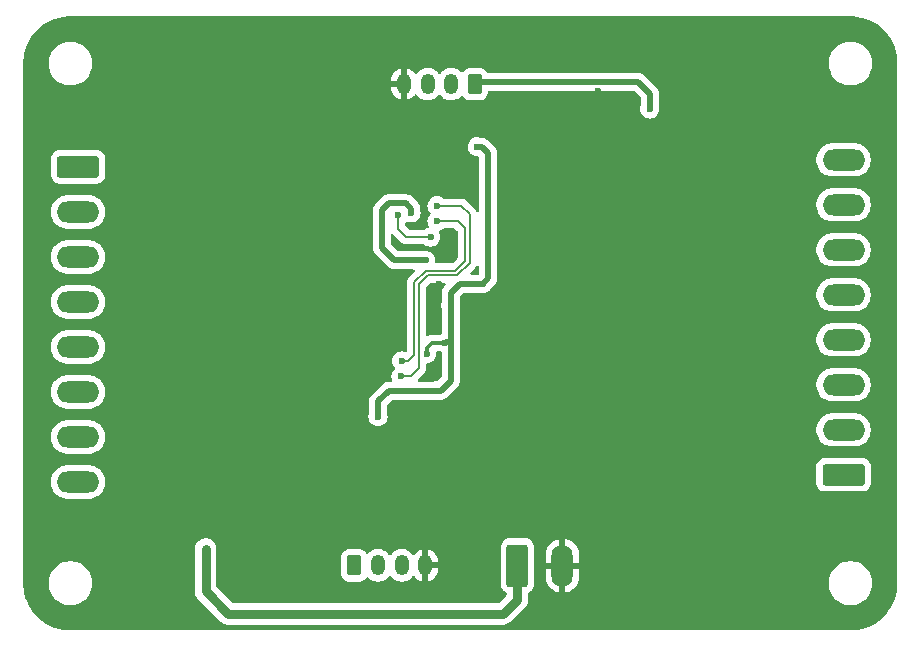
<source format=gbr>
G04 #@! TF.GenerationSoftware,KiCad,Pcbnew,8.0.0*
G04 #@! TF.CreationDate,2024-03-12T13:11:18+03:00*
G04 #@! TF.ProjectId,industrial_mcp23017_input_device_v02,696e6475-7374-4726-9961-6c5f6d637032,rev?*
G04 #@! TF.SameCoordinates,Original*
G04 #@! TF.FileFunction,Copper,L2,Bot*
G04 #@! TF.FilePolarity,Positive*
%FSLAX46Y46*%
G04 Gerber Fmt 4.6, Leading zero omitted, Abs format (unit mm)*
G04 Created by KiCad (PCBNEW 8.0.0) date 2024-03-12 13:11:18*
%MOMM*%
%LPD*%
G01*
G04 APERTURE LIST*
G04 Aperture macros list*
%AMRoundRect*
0 Rectangle with rounded corners*
0 $1 Rounding radius*
0 $2 $3 $4 $5 $6 $7 $8 $9 X,Y pos of 4 corners*
0 Add a 4 corners polygon primitive as box body*
4,1,4,$2,$3,$4,$5,$6,$7,$8,$9,$2,$3,0*
0 Add four circle primitives for the rounded corners*
1,1,$1+$1,$2,$3*
1,1,$1+$1,$4,$5*
1,1,$1+$1,$6,$7*
1,1,$1+$1,$8,$9*
0 Add four rect primitives between the rounded corners*
20,1,$1+$1,$2,$3,$4,$5,0*
20,1,$1+$1,$4,$5,$6,$7,0*
20,1,$1+$1,$6,$7,$8,$9,0*
20,1,$1+$1,$8,$9,$2,$3,0*%
G04 Aperture macros list end*
G04 #@! TA.AperFunction,ComponentPad*
%ADD10RoundRect,0.250000X0.350000X0.625000X-0.350000X0.625000X-0.350000X-0.625000X0.350000X-0.625000X0*%
G04 #@! TD*
G04 #@! TA.AperFunction,ComponentPad*
%ADD11O,1.200000X1.750000*%
G04 #@! TD*
G04 #@! TA.AperFunction,ComponentPad*
%ADD12RoundRect,0.250000X-0.350000X-0.625000X0.350000X-0.625000X0.350000X0.625000X-0.350000X0.625000X0*%
G04 #@! TD*
G04 #@! TA.AperFunction,ComponentPad*
%ADD13RoundRect,0.250000X1.550000X-0.650000X1.550000X0.650000X-1.550000X0.650000X-1.550000X-0.650000X0*%
G04 #@! TD*
G04 #@! TA.AperFunction,ComponentPad*
%ADD14O,3.600000X1.800000*%
G04 #@! TD*
G04 #@! TA.AperFunction,ComponentPad*
%ADD15RoundRect,0.250000X-1.550000X0.650000X-1.550000X-0.650000X1.550000X-0.650000X1.550000X0.650000X0*%
G04 #@! TD*
G04 #@! TA.AperFunction,ComponentPad*
%ADD16RoundRect,0.250000X-0.650000X-1.550000X0.650000X-1.550000X0.650000X1.550000X-0.650000X1.550000X0*%
G04 #@! TD*
G04 #@! TA.AperFunction,ComponentPad*
%ADD17O,1.800000X3.600000*%
G04 #@! TD*
G04 #@! TA.AperFunction,ViaPad*
%ADD18C,0.600000*%
G04 #@! TD*
G04 #@! TA.AperFunction,ViaPad*
%ADD19C,0.800000*%
G04 #@! TD*
G04 #@! TA.AperFunction,Conductor*
%ADD20C,0.508000*%
G04 #@! TD*
G04 #@! TA.AperFunction,Conductor*
%ADD21C,0.304800*%
G04 #@! TD*
G04 #@! TA.AperFunction,Conductor*
%ADD22C,0.381000*%
G04 #@! TD*
G04 #@! TA.AperFunction,Conductor*
%ADD23C,0.203200*%
G04 #@! TD*
G04 #@! TA.AperFunction,Conductor*
%ADD24C,0.800000*%
G04 #@! TD*
G04 APERTURE END LIST*
D10*
X107250000Y-62750000D03*
D11*
X105250000Y-62750000D03*
X103250000Y-62750000D03*
X101250000Y-62750000D03*
D12*
X97050000Y-103500000D03*
D11*
X99050000Y-103500000D03*
X101050000Y-103500000D03*
X103050000Y-103500000D03*
D13*
X138467500Y-95830000D03*
D14*
X138467500Y-92020000D03*
X138467500Y-88210000D03*
X138467500Y-84400000D03*
X138467500Y-80590000D03*
X138467500Y-76780000D03*
X138467500Y-72970000D03*
X138467500Y-69160000D03*
D15*
X73650000Y-69760000D03*
D14*
X73650000Y-73570000D03*
X73650000Y-77380000D03*
X73650000Y-81190000D03*
X73650000Y-85000000D03*
X73650000Y-88810000D03*
X73650000Y-92620000D03*
X73650000Y-96430000D03*
D16*
X110850000Y-103517500D03*
D17*
X114660000Y-103517500D03*
D18*
X103174604Y-85575396D03*
X107450000Y-68050000D03*
X103950000Y-88700000D03*
X122050000Y-64850000D03*
X103075125Y-77680653D03*
X108350000Y-77050000D03*
X107900000Y-79650000D03*
X99050000Y-90900000D03*
X101850000Y-73650000D03*
X105200000Y-81450000D03*
X104750000Y-84661400D03*
X117450000Y-81300000D03*
X92400000Y-89550000D03*
X92500000Y-65200000D03*
D19*
X88550000Y-72000000D03*
D18*
X98050000Y-78000000D03*
X92550000Y-71500000D03*
D19*
X88350000Y-102500000D03*
X88300000Y-84050000D03*
X132050000Y-59800000D03*
D18*
X117550000Y-69300000D03*
X133250000Y-72900000D03*
X98050000Y-75250000D03*
D19*
X126450000Y-90100000D03*
D18*
X108700000Y-82650000D03*
X92600000Y-77450000D03*
X104200000Y-79700000D03*
X91900000Y-83450000D03*
D19*
X88450000Y-65950000D03*
D18*
X92400000Y-95850000D03*
X116050000Y-97900000D03*
D19*
X126500000Y-72150000D03*
X126500000Y-96250000D03*
X88550000Y-90150000D03*
D18*
X117650000Y-63300000D03*
X98050000Y-72400000D03*
X97000000Y-84850000D03*
X117200000Y-93450000D03*
D19*
X88350000Y-78000000D03*
X88350000Y-59950000D03*
D18*
X117650000Y-75350000D03*
D19*
X132000000Y-65950000D03*
X126650000Y-78000000D03*
D18*
X117350000Y-87450000D03*
X108800000Y-88750000D03*
X96450000Y-89750000D03*
D19*
X126550000Y-84000000D03*
D18*
X108750000Y-85700000D03*
X92400000Y-59000000D03*
D19*
X126350000Y-59900000D03*
X126200000Y-102400000D03*
X88450000Y-96200000D03*
D18*
X112200000Y-75650000D03*
X101000000Y-87500000D03*
X104050000Y-73050000D03*
X104050000Y-74347600D03*
X101050000Y-86200000D03*
X84450000Y-102100000D03*
X100750000Y-73850000D03*
X103500000Y-75700000D03*
D20*
X101400000Y-72850000D02*
X99950000Y-72850000D01*
D21*
X103174604Y-85075396D02*
X103588600Y-84661400D01*
D20*
X99050000Y-89600000D02*
X99050000Y-90900000D01*
X101850000Y-73650000D02*
X101850000Y-73300000D01*
X105200000Y-84600000D02*
X105200000Y-81450000D01*
D21*
X103174604Y-85575396D02*
X103174604Y-85075396D01*
D20*
X105950000Y-79650000D02*
X105200000Y-80400000D01*
X99950000Y-88700000D02*
X99050000Y-89600000D01*
X107900000Y-79650000D02*
X108350000Y-79200000D01*
X107454000Y-62546000D02*
X121046000Y-62546000D01*
X122100000Y-63600000D02*
X122100000Y-64800000D01*
X105200000Y-84600000D02*
X104811400Y-84600000D01*
X107850000Y-68100000D02*
X107800000Y-68050000D01*
X105200000Y-87850000D02*
X105200000Y-84600000D01*
X99350000Y-76600000D02*
X100430653Y-77680653D01*
D22*
X108350000Y-77300000D02*
X108350000Y-77050000D01*
D20*
X99950000Y-72850000D02*
X99350000Y-73450000D01*
X108350000Y-77050000D02*
X108350000Y-68600000D01*
X107250000Y-62750000D02*
X107454000Y-62546000D01*
X107900000Y-79650000D02*
X105950000Y-79650000D01*
X103950000Y-88700000D02*
X99950000Y-88700000D01*
X121046000Y-62546000D02*
X122100000Y-63600000D01*
X108350000Y-68600000D02*
X107850000Y-68100000D01*
X107800000Y-68050000D02*
X107450000Y-68050000D01*
X105200000Y-80400000D02*
X105200000Y-81450000D01*
X103950000Y-88700000D02*
X104350000Y-88700000D01*
X104811400Y-84600000D02*
X104750000Y-84661400D01*
X99350000Y-73450000D02*
X99350000Y-76600000D01*
X101850000Y-73300000D02*
X101400000Y-72850000D01*
X100430653Y-77680653D02*
X103075125Y-77680653D01*
X108350000Y-79200000D02*
X108350000Y-77300000D01*
D21*
X103588600Y-84661400D02*
X104750000Y-84661400D01*
D20*
X122100000Y-64800000D02*
X122050000Y-64850000D01*
X104350000Y-88700000D02*
X105200000Y-87850000D01*
D23*
X101800000Y-87500000D02*
X102500000Y-86800000D01*
X102500000Y-79700000D02*
X103250000Y-78950000D01*
X106100000Y-73050000D02*
X104050000Y-73050000D01*
X105750000Y-78950000D02*
X106800000Y-77900000D01*
X106800000Y-73750000D02*
X106100000Y-73050000D01*
X103250000Y-78950000D02*
X105750000Y-78950000D01*
X101000000Y-87500000D02*
X101800000Y-87500000D01*
X102500000Y-86800000D02*
X102500000Y-79700000D01*
X106800000Y-77900000D02*
X106800000Y-73750000D01*
X106396800Y-74946800D02*
X105800000Y-74350000D01*
X105800000Y-74350000D02*
X104052400Y-74350000D01*
X102096800Y-79532990D02*
X103082989Y-78546800D01*
X101050000Y-86200000D02*
X101600000Y-86200000D01*
X104052400Y-74350000D02*
X104050000Y-74347600D01*
X102096800Y-85703200D02*
X102096800Y-79532990D01*
X103082989Y-78546800D02*
X105582990Y-78546800D01*
X106396800Y-77732990D02*
X106396800Y-74946800D01*
X105582990Y-78546800D02*
X106396800Y-77732990D01*
X101600000Y-86200000D02*
X102096800Y-85703200D01*
D24*
X110850000Y-106400000D02*
X109650000Y-107600000D01*
X86350000Y-107600000D02*
X84450000Y-105700000D01*
X110850000Y-103517500D02*
X110850000Y-106400000D01*
X84450000Y-105700000D02*
X84450000Y-102100000D01*
X109650000Y-107600000D02*
X86350000Y-107600000D01*
D23*
X100750000Y-75000000D02*
X100750000Y-73850000D01*
X103500000Y-75700000D02*
X101450000Y-75700000D01*
X101450000Y-75700000D02*
X100750000Y-75000000D01*
G04 #@! TA.AperFunction,Conductor*
G36*
X104729238Y-79579785D02*
G01*
X104774993Y-79632589D01*
X104784937Y-79701747D01*
X104755912Y-79765303D01*
X104749880Y-79771781D01*
X104607731Y-79913929D01*
X104607728Y-79913932D01*
X104545619Y-80006885D01*
X104545620Y-80006886D01*
X104524281Y-80038822D01*
X104466803Y-80177586D01*
X104466801Y-80177592D01*
X104437500Y-80324897D01*
X104437500Y-81160098D01*
X104430542Y-81201052D01*
X104406782Y-81268955D01*
X104386384Y-81449996D01*
X104386384Y-81450003D01*
X104406781Y-81631038D01*
X104406782Y-81631044D01*
X104430542Y-81698946D01*
X104437500Y-81739900D01*
X104437500Y-83834366D01*
X104417815Y-83901405D01*
X104379473Y-83939359D01*
X104312419Y-83981493D01*
X104246446Y-84000500D01*
X103523504Y-84000500D01*
X103395830Y-84025896D01*
X103395827Y-84025897D01*
X103395826Y-84025897D01*
X103395823Y-84025898D01*
X103339031Y-84049422D01*
X103281552Y-84073230D01*
X103212082Y-84080698D01*
X103149603Y-84049422D01*
X103113951Y-83989333D01*
X103110100Y-83958668D01*
X103110100Y-80004074D01*
X103129785Y-79937035D01*
X103146419Y-79916393D01*
X103466393Y-79596419D01*
X103527716Y-79562934D01*
X103554074Y-79560100D01*
X104662199Y-79560100D01*
X104729238Y-79579785D01*
G37*
G04 #@! TD.AperFunction*
G04 #@! TA.AperFunction,Conductor*
G36*
X139050733Y-57000008D02*
G01*
X139241077Y-57002343D01*
X139251681Y-57002930D01*
X139631224Y-57040312D01*
X139643249Y-57042096D01*
X140016527Y-57116345D01*
X140028329Y-57119301D01*
X140392544Y-57229785D01*
X140404002Y-57233885D01*
X140755627Y-57379532D01*
X140766626Y-57384734D01*
X141102282Y-57564147D01*
X141112713Y-57570399D01*
X141429169Y-57781849D01*
X141438942Y-57789097D01*
X141733148Y-58030544D01*
X141742165Y-58038717D01*
X142011282Y-58307834D01*
X142019455Y-58316851D01*
X142260902Y-58611057D01*
X142268150Y-58620830D01*
X142479600Y-58937286D01*
X142485856Y-58947724D01*
X142665264Y-59283372D01*
X142670467Y-59294372D01*
X142816114Y-59645997D01*
X142820214Y-59657455D01*
X142930698Y-60021670D01*
X142933654Y-60033474D01*
X142997617Y-60355034D01*
X143000000Y-60379225D01*
X143000000Y-105620773D01*
X142997617Y-105644964D01*
X142933654Y-105966525D01*
X142930698Y-105978329D01*
X142820214Y-106342544D01*
X142816114Y-106354002D01*
X142670467Y-106705627D01*
X142665264Y-106716627D01*
X142485856Y-107052275D01*
X142479600Y-107062713D01*
X142268150Y-107379169D01*
X142260902Y-107388942D01*
X142019455Y-107683148D01*
X142011282Y-107692165D01*
X141742165Y-107961282D01*
X141733148Y-107969455D01*
X141438942Y-108210902D01*
X141429169Y-108218150D01*
X141112713Y-108429600D01*
X141102275Y-108435856D01*
X140766627Y-108615264D01*
X140755627Y-108620467D01*
X140404002Y-108766114D01*
X140392544Y-108770214D01*
X140028329Y-108880698D01*
X140016525Y-108883654D01*
X139643255Y-108957902D01*
X139631218Y-108959688D01*
X139251695Y-108997068D01*
X139241062Y-108997656D01*
X139050734Y-108999991D01*
X139049213Y-109000000D01*
X73000787Y-109000000D01*
X72999266Y-108999991D01*
X72808937Y-108997656D01*
X72798304Y-108997068D01*
X72418781Y-108959688D01*
X72406744Y-108957902D01*
X72033474Y-108883654D01*
X72021670Y-108880698D01*
X71657455Y-108770214D01*
X71645997Y-108766114D01*
X71294372Y-108620467D01*
X71283372Y-108615264D01*
X70947724Y-108435856D01*
X70937286Y-108429600D01*
X70620830Y-108218150D01*
X70611057Y-108210902D01*
X70316851Y-107969455D01*
X70307834Y-107961282D01*
X70038717Y-107692165D01*
X70030544Y-107683148D01*
X69789097Y-107388942D01*
X69781849Y-107379169D01*
X69570399Y-107062713D01*
X69564143Y-107052275D01*
X69525050Y-106979138D01*
X69384734Y-106716626D01*
X69379532Y-106705627D01*
X69290001Y-106489480D01*
X69233884Y-106354001D01*
X69229785Y-106342544D01*
X69193444Y-106222743D01*
X69119300Y-105978327D01*
X69116345Y-105966525D01*
X69116040Y-105964992D01*
X69042096Y-105593249D01*
X69040311Y-105581218D01*
X69036365Y-105541153D01*
X69002930Y-105201681D01*
X69002343Y-105191075D01*
X69001487Y-105121288D01*
X71149500Y-105121288D01*
X71176916Y-105329541D01*
X71181162Y-105361789D01*
X71212554Y-105478944D01*
X71243947Y-105596104D01*
X71328986Y-105801405D01*
X71336776Y-105820212D01*
X71458064Y-106030289D01*
X71458066Y-106030292D01*
X71458067Y-106030293D01*
X71605733Y-106222736D01*
X71605739Y-106222743D01*
X71777256Y-106394260D01*
X71777262Y-106394265D01*
X71969711Y-106541936D01*
X72179788Y-106663224D01*
X72403900Y-106756054D01*
X72638211Y-106818838D01*
X72818586Y-106842584D01*
X72878711Y-106850500D01*
X72878712Y-106850500D01*
X73121289Y-106850500D01*
X73169388Y-106844167D01*
X73361789Y-106818838D01*
X73596100Y-106756054D01*
X73820212Y-106663224D01*
X74030289Y-106541936D01*
X74222738Y-106394265D01*
X74394265Y-106222738D01*
X74541936Y-106030289D01*
X74663224Y-105820212D01*
X74675952Y-105789483D01*
X83541500Y-105789483D01*
X83576410Y-105964992D01*
X83576413Y-105965001D01*
X83644893Y-106130329D01*
X83644900Y-106130342D01*
X83744321Y-106279134D01*
X83744324Y-106279138D01*
X85770861Y-108305675D01*
X85770865Y-108305678D01*
X85919664Y-108405103D01*
X86036574Y-108453528D01*
X86085000Y-108473587D01*
X86260516Y-108508499D01*
X86260520Y-108508500D01*
X86260521Y-108508500D01*
X109739480Y-108508500D01*
X109739481Y-108508499D01*
X109797986Y-108496862D01*
X109914992Y-108473589D01*
X109914995Y-108473587D01*
X109915000Y-108473587D01*
X110080336Y-108405103D01*
X110229135Y-108305678D01*
X111555678Y-106979135D01*
X111655102Y-106830336D01*
X111669781Y-106794898D01*
X111723587Y-106665000D01*
X111752707Y-106518600D01*
X111758500Y-106489480D01*
X111758500Y-106310521D01*
X111758500Y-105868444D01*
X111778185Y-105801405D01*
X111817403Y-105762905D01*
X111822735Y-105759615D01*
X111822738Y-105759615D01*
X111973652Y-105666530D01*
X112099030Y-105541152D01*
X112192115Y-105390238D01*
X112247887Y-105221926D01*
X112258500Y-105118045D01*
X112258500Y-104527681D01*
X113260000Y-104527681D01*
X113294473Y-104745335D01*
X113362567Y-104954910D01*
X113462613Y-105151260D01*
X113592142Y-105329541D01*
X113747958Y-105485357D01*
X113926239Y-105614886D01*
X114122589Y-105714932D01*
X114332163Y-105783026D01*
X114409999Y-105795354D01*
X114410000Y-105795354D01*
X114410000Y-104065982D01*
X114428409Y-104076611D01*
X114581009Y-104117500D01*
X114738991Y-104117500D01*
X114891591Y-104076611D01*
X114910000Y-104065982D01*
X114910000Y-105795354D01*
X114987834Y-105783026D01*
X114987837Y-105783026D01*
X115197410Y-105714932D01*
X115393760Y-105614886D01*
X115572041Y-105485357D01*
X115727857Y-105329541D01*
X115857386Y-105151260D01*
X115872658Y-105121288D01*
X137199500Y-105121288D01*
X137226916Y-105329541D01*
X137231162Y-105361789D01*
X137262554Y-105478944D01*
X137293947Y-105596104D01*
X137378986Y-105801405D01*
X137386776Y-105820212D01*
X137508064Y-106030289D01*
X137508066Y-106030292D01*
X137508067Y-106030293D01*
X137655733Y-106222736D01*
X137655739Y-106222743D01*
X137827256Y-106394260D01*
X137827262Y-106394265D01*
X138019711Y-106541936D01*
X138229788Y-106663224D01*
X138453900Y-106756054D01*
X138688211Y-106818838D01*
X138868586Y-106842584D01*
X138928711Y-106850500D01*
X138928712Y-106850500D01*
X139171289Y-106850500D01*
X139219388Y-106844167D01*
X139411789Y-106818838D01*
X139646100Y-106756054D01*
X139870212Y-106663224D01*
X140080289Y-106541936D01*
X140272738Y-106394265D01*
X140444265Y-106222738D01*
X140591936Y-106030289D01*
X140713224Y-105820212D01*
X140806054Y-105596100D01*
X140868838Y-105361789D01*
X140900500Y-105121288D01*
X140900500Y-104878712D01*
X140896445Y-104847914D01*
X140868838Y-104638214D01*
X140868838Y-104638211D01*
X140806054Y-104403900D01*
X140713224Y-104179788D01*
X140591936Y-103969711D01*
X140444265Y-103777262D01*
X140444260Y-103777256D01*
X140272743Y-103605739D01*
X140272736Y-103605733D01*
X140080293Y-103458067D01*
X140080292Y-103458066D01*
X140080289Y-103458064D01*
X139870212Y-103336776D01*
X139870205Y-103336773D01*
X139646104Y-103243947D01*
X139411785Y-103181161D01*
X139171289Y-103149500D01*
X139171288Y-103149500D01*
X138928712Y-103149500D01*
X138928711Y-103149500D01*
X138688214Y-103181161D01*
X138453895Y-103243947D01*
X138229794Y-103336773D01*
X138229785Y-103336777D01*
X138019706Y-103458067D01*
X137827263Y-103605733D01*
X137827256Y-103605739D01*
X137655739Y-103777256D01*
X137655733Y-103777263D01*
X137508067Y-103969706D01*
X137386777Y-104179785D01*
X137386773Y-104179794D01*
X137293947Y-104403895D01*
X137231161Y-104638214D01*
X137199500Y-104878711D01*
X137199500Y-105121288D01*
X115872658Y-105121288D01*
X115957432Y-104954910D01*
X116025526Y-104745335D01*
X116060000Y-104527681D01*
X116060000Y-103767500D01*
X115208482Y-103767500D01*
X115219111Y-103749091D01*
X115260000Y-103596491D01*
X115260000Y-103438509D01*
X115219111Y-103285909D01*
X115208482Y-103267500D01*
X116060000Y-103267500D01*
X116060000Y-102507318D01*
X116025526Y-102289664D01*
X115957432Y-102080089D01*
X115857386Y-101883739D01*
X115727857Y-101705458D01*
X115572041Y-101549642D01*
X115393760Y-101420113D01*
X115197410Y-101320067D01*
X114987836Y-101251973D01*
X114910000Y-101239644D01*
X114910000Y-102969017D01*
X114891591Y-102958389D01*
X114738991Y-102917500D01*
X114581009Y-102917500D01*
X114428409Y-102958389D01*
X114410000Y-102969017D01*
X114410000Y-101239644D01*
X114332164Y-101251973D01*
X114332161Y-101251973D01*
X114122589Y-101320067D01*
X113926239Y-101420113D01*
X113747958Y-101549642D01*
X113592142Y-101705458D01*
X113462613Y-101883739D01*
X113362567Y-102080089D01*
X113294473Y-102289664D01*
X113260000Y-102507318D01*
X113260000Y-103267500D01*
X114111518Y-103267500D01*
X114100889Y-103285909D01*
X114060000Y-103438509D01*
X114060000Y-103596491D01*
X114100889Y-103749091D01*
X114111518Y-103767500D01*
X113260000Y-103767500D01*
X113260000Y-104527681D01*
X112258500Y-104527681D01*
X112258499Y-101916956D01*
X112247887Y-101813074D01*
X112192115Y-101644762D01*
X112099030Y-101493848D01*
X111973652Y-101368470D01*
X111854378Y-101294901D01*
X111822740Y-101275386D01*
X111822735Y-101275384D01*
X111654427Y-101219613D01*
X111550545Y-101209000D01*
X110149462Y-101209000D01*
X110149446Y-101209001D01*
X110045572Y-101219613D01*
X109877264Y-101275384D01*
X109877259Y-101275386D01*
X109726346Y-101368471D01*
X109600971Y-101493846D01*
X109507886Y-101644759D01*
X109507884Y-101644764D01*
X109452113Y-101813072D01*
X109441500Y-101916947D01*
X109441500Y-105118037D01*
X109441501Y-105118053D01*
X109452113Y-105221927D01*
X109487772Y-105329541D01*
X109507885Y-105390238D01*
X109600970Y-105541152D01*
X109726348Y-105666530D01*
X109877262Y-105759615D01*
X109877264Y-105759615D01*
X109882597Y-105762905D01*
X109929321Y-105814853D01*
X109941500Y-105868444D01*
X109941500Y-105972325D01*
X109921815Y-106039364D01*
X109905181Y-106060006D01*
X109310006Y-106655181D01*
X109248683Y-106688666D01*
X109222325Y-106691500D01*
X86777675Y-106691500D01*
X86710636Y-106671815D01*
X86689994Y-106655181D01*
X85394819Y-105360006D01*
X85361334Y-105298683D01*
X85358500Y-105272325D01*
X85358500Y-104175537D01*
X95941500Y-104175537D01*
X95941501Y-104175553D01*
X95952113Y-104279427D01*
X96007884Y-104447735D01*
X96007886Y-104447740D01*
X96038352Y-104497132D01*
X96100970Y-104598652D01*
X96226348Y-104724030D01*
X96377262Y-104817115D01*
X96545574Y-104872887D01*
X96649455Y-104883500D01*
X97450544Y-104883499D01*
X97554426Y-104872887D01*
X97722738Y-104817115D01*
X97873652Y-104724030D01*
X97999030Y-104598652D01*
X98033808Y-104542267D01*
X98085754Y-104495543D01*
X98154716Y-104484320D01*
X98218799Y-104512163D01*
X98227027Y-104519683D01*
X98327862Y-104620518D01*
X98327867Y-104620522D01*
X98450984Y-104709971D01*
X98469019Y-104723074D01*
X98570646Y-104774856D01*
X98624483Y-104802288D01*
X98624486Y-104802289D01*
X98707455Y-104829246D01*
X98790426Y-104856205D01*
X98962759Y-104883500D01*
X98962760Y-104883500D01*
X99137240Y-104883500D01*
X99137241Y-104883500D01*
X99309574Y-104856205D01*
X99475516Y-104802288D01*
X99630981Y-104723074D01*
X99772139Y-104620517D01*
X99895517Y-104497139D01*
X99904831Y-104484320D01*
X99949682Y-104422588D01*
X100005011Y-104379922D01*
X100074625Y-104373943D01*
X100136420Y-104406548D01*
X100150318Y-104422588D01*
X100204477Y-104497132D01*
X100204481Y-104497137D01*
X100327862Y-104620518D01*
X100327867Y-104620522D01*
X100450984Y-104709971D01*
X100469019Y-104723074D01*
X100570646Y-104774856D01*
X100624483Y-104802288D01*
X100624486Y-104802289D01*
X100707455Y-104829246D01*
X100790426Y-104856205D01*
X100962759Y-104883500D01*
X100962760Y-104883500D01*
X101137240Y-104883500D01*
X101137241Y-104883500D01*
X101309574Y-104856205D01*
X101475516Y-104802288D01*
X101630981Y-104723074D01*
X101772139Y-104620517D01*
X101895517Y-104497139D01*
X101954936Y-104415355D01*
X102010264Y-104372691D01*
X102079877Y-104366712D01*
X102141672Y-104399317D01*
X102155571Y-104415357D01*
X102210961Y-104491595D01*
X102210965Y-104491600D01*
X102333397Y-104614032D01*
X102473475Y-104715804D01*
X102627744Y-104794408D01*
X102792415Y-104847914D01*
X102792414Y-104847914D01*
X102799999Y-104849115D01*
X102800000Y-104849114D01*
X102800000Y-103780330D01*
X102819745Y-103800075D01*
X102905255Y-103849444D01*
X103000630Y-103875000D01*
X103099370Y-103875000D01*
X103194745Y-103849444D01*
X103280255Y-103800075D01*
X103300000Y-103780330D01*
X103300000Y-104849115D01*
X103307584Y-104847914D01*
X103472255Y-104794408D01*
X103626524Y-104715804D01*
X103766602Y-104614032D01*
X103889032Y-104491602D01*
X103990804Y-104351524D01*
X104069408Y-104197257D01*
X104122914Y-104032584D01*
X104150000Y-103861571D01*
X104150000Y-103750000D01*
X103330330Y-103750000D01*
X103350075Y-103730255D01*
X103399444Y-103644745D01*
X103425000Y-103549370D01*
X103425000Y-103450630D01*
X103399444Y-103355255D01*
X103350075Y-103269745D01*
X103330330Y-103250000D01*
X104150000Y-103250000D01*
X104150000Y-103138428D01*
X104122914Y-102967415D01*
X104069408Y-102802742D01*
X103990804Y-102648475D01*
X103889032Y-102508397D01*
X103766602Y-102385967D01*
X103626524Y-102284195D01*
X103472257Y-102205591D01*
X103307589Y-102152087D01*
X103307581Y-102152085D01*
X103300000Y-102150884D01*
X103300000Y-103219670D01*
X103280255Y-103199925D01*
X103194745Y-103150556D01*
X103099370Y-103125000D01*
X103000630Y-103125000D01*
X102905255Y-103150556D01*
X102819745Y-103199925D01*
X102800000Y-103219670D01*
X102800000Y-102150884D01*
X102799999Y-102150884D01*
X102792418Y-102152085D01*
X102792410Y-102152087D01*
X102627742Y-102205591D01*
X102473475Y-102284195D01*
X102333397Y-102385967D01*
X102210965Y-102508399D01*
X102155571Y-102584643D01*
X102100241Y-102627308D01*
X102030627Y-102633287D01*
X101968832Y-102600681D01*
X101954935Y-102584642D01*
X101895522Y-102502867D01*
X101895518Y-102502862D01*
X101772137Y-102379481D01*
X101772132Y-102379477D01*
X101630984Y-102276928D01*
X101630983Y-102276927D01*
X101630981Y-102276926D01*
X101581175Y-102251548D01*
X101475516Y-102197711D01*
X101475513Y-102197710D01*
X101309575Y-102143795D01*
X101223407Y-102130147D01*
X101137241Y-102116500D01*
X100962759Y-102116500D01*
X100905314Y-102125598D01*
X100790424Y-102143795D01*
X100624486Y-102197710D01*
X100624483Y-102197711D01*
X100469015Y-102276928D01*
X100327867Y-102379477D01*
X100327862Y-102379481D01*
X100204481Y-102502862D01*
X100150318Y-102577412D01*
X100094988Y-102620077D01*
X100025375Y-102626056D01*
X99963580Y-102593450D01*
X99949682Y-102577412D01*
X99895518Y-102502862D01*
X99772137Y-102379481D01*
X99772132Y-102379477D01*
X99630984Y-102276928D01*
X99630983Y-102276927D01*
X99630981Y-102276926D01*
X99581175Y-102251548D01*
X99475516Y-102197711D01*
X99475513Y-102197710D01*
X99309575Y-102143795D01*
X99223407Y-102130147D01*
X99137241Y-102116500D01*
X98962759Y-102116500D01*
X98905314Y-102125598D01*
X98790424Y-102143795D01*
X98624486Y-102197710D01*
X98624483Y-102197711D01*
X98469015Y-102276928D01*
X98327868Y-102379476D01*
X98227027Y-102480317D01*
X98165704Y-102513801D01*
X98096012Y-102508817D01*
X98040079Y-102466945D01*
X98033807Y-102457731D01*
X97999030Y-102401348D01*
X97873653Y-102275971D01*
X97873652Y-102275970D01*
X97722738Y-102182885D01*
X97722735Y-102182884D01*
X97554427Y-102127113D01*
X97450546Y-102116500D01*
X96649462Y-102116500D01*
X96649446Y-102116501D01*
X96545572Y-102127113D01*
X96377264Y-102182884D01*
X96377259Y-102182886D01*
X96226346Y-102275971D01*
X96100971Y-102401346D01*
X96007886Y-102552259D01*
X96007884Y-102552264D01*
X95952113Y-102720572D01*
X95941500Y-102824447D01*
X95941500Y-104175537D01*
X85358500Y-104175537D01*
X85358500Y-102010520D01*
X85358499Y-102010516D01*
X85339887Y-101916946D01*
X85323587Y-101835000D01*
X85255102Y-101669664D01*
X85255100Y-101669661D01*
X85255098Y-101669657D01*
X85155678Y-101520865D01*
X85155675Y-101520861D01*
X85029138Y-101394324D01*
X85029134Y-101394321D01*
X84880342Y-101294901D01*
X84880332Y-101294896D01*
X84715000Y-101226413D01*
X84714992Y-101226411D01*
X84539483Y-101191500D01*
X84539479Y-101191500D01*
X84360521Y-101191500D01*
X84360516Y-101191500D01*
X84185007Y-101226411D01*
X84184999Y-101226413D01*
X84019667Y-101294896D01*
X84019657Y-101294901D01*
X83870865Y-101394321D01*
X83870861Y-101394324D01*
X83744324Y-101520861D01*
X83744321Y-101520865D01*
X83644901Y-101669657D01*
X83644896Y-101669667D01*
X83576413Y-101834999D01*
X83576411Y-101835007D01*
X83541500Y-102010516D01*
X83541500Y-105789483D01*
X74675952Y-105789483D01*
X74756054Y-105596100D01*
X74818838Y-105361789D01*
X74850500Y-105121288D01*
X74850500Y-104878712D01*
X74846445Y-104847914D01*
X74818838Y-104638214D01*
X74818838Y-104638211D01*
X74756054Y-104403900D01*
X74663224Y-104179788D01*
X74541936Y-103969711D01*
X74394265Y-103777262D01*
X74394260Y-103777256D01*
X74222743Y-103605739D01*
X74222736Y-103605733D01*
X74030293Y-103458067D01*
X74030292Y-103458066D01*
X74030289Y-103458064D01*
X73820212Y-103336776D01*
X73820205Y-103336773D01*
X73596104Y-103243947D01*
X73361785Y-103181161D01*
X73121289Y-103149500D01*
X73121288Y-103149500D01*
X72878712Y-103149500D01*
X72878711Y-103149500D01*
X72638214Y-103181161D01*
X72403895Y-103243947D01*
X72179794Y-103336773D01*
X72179785Y-103336777D01*
X71969706Y-103458067D01*
X71777263Y-103605733D01*
X71777256Y-103605739D01*
X71605739Y-103777256D01*
X71605733Y-103777263D01*
X71458067Y-103969706D01*
X71336777Y-104179785D01*
X71336773Y-104179794D01*
X71243947Y-104403895D01*
X71181161Y-104638214D01*
X71149500Y-104878711D01*
X71149500Y-105121288D01*
X69001487Y-105121288D01*
X69000009Y-105000732D01*
X69000000Y-104999212D01*
X69000000Y-96540850D01*
X71341500Y-96540850D01*
X71376182Y-96759824D01*
X71444693Y-96970680D01*
X71499900Y-97079028D01*
X71545343Y-97168215D01*
X71675657Y-97347576D01*
X71832424Y-97504343D01*
X72011785Y-97634657D01*
X72105114Y-97682210D01*
X72209319Y-97735306D01*
X72209321Y-97735306D01*
X72209324Y-97735308D01*
X72420176Y-97803818D01*
X72639149Y-97838500D01*
X72639150Y-97838500D01*
X74660850Y-97838500D01*
X74660851Y-97838500D01*
X74879824Y-97803818D01*
X75090676Y-97735308D01*
X75288215Y-97634657D01*
X75467576Y-97504343D01*
X75624343Y-97347576D01*
X75754657Y-97168215D01*
X75855308Y-96970676D01*
X75923818Y-96759824D01*
X75958500Y-96540851D01*
X75958500Y-96530537D01*
X136159000Y-96530537D01*
X136159001Y-96530553D01*
X136169613Y-96634426D01*
X136225385Y-96802738D01*
X136318470Y-96953652D01*
X136443848Y-97079030D01*
X136594762Y-97172115D01*
X136763074Y-97227887D01*
X136866955Y-97238500D01*
X140068044Y-97238499D01*
X140171926Y-97227887D01*
X140340238Y-97172115D01*
X140491152Y-97079030D01*
X140616530Y-96953652D01*
X140709615Y-96802738D01*
X140765387Y-96634426D01*
X140776000Y-96530545D01*
X140775999Y-95129456D01*
X140765387Y-95025574D01*
X140709615Y-94857262D01*
X140616530Y-94706348D01*
X140491152Y-94580970D01*
X140340238Y-94487885D01*
X140340235Y-94487884D01*
X140171927Y-94432113D01*
X140068045Y-94421500D01*
X136866962Y-94421500D01*
X136866946Y-94421501D01*
X136763072Y-94432113D01*
X136594764Y-94487884D01*
X136594759Y-94487886D01*
X136443846Y-94580971D01*
X136318471Y-94706346D01*
X136225386Y-94857259D01*
X136225384Y-94857264D01*
X136169613Y-95025572D01*
X136159000Y-95129447D01*
X136159000Y-96530537D01*
X75958500Y-96530537D01*
X75958500Y-96319149D01*
X75923818Y-96100176D01*
X75855308Y-95889324D01*
X75855306Y-95889321D01*
X75855306Y-95889319D01*
X75754656Y-95691784D01*
X75624343Y-95512424D01*
X75467576Y-95355657D01*
X75288215Y-95225343D01*
X75090680Y-95124693D01*
X74879824Y-95056182D01*
X74660851Y-95021500D01*
X72639149Y-95021500D01*
X72529662Y-95038841D01*
X72420175Y-95056182D01*
X72209319Y-95124693D01*
X72011784Y-95225343D01*
X71909452Y-95299692D01*
X71832424Y-95355657D01*
X71832422Y-95355659D01*
X71832421Y-95355659D01*
X71675659Y-95512421D01*
X71675659Y-95512422D01*
X71675657Y-95512424D01*
X71619692Y-95589452D01*
X71545343Y-95691784D01*
X71444693Y-95889319D01*
X71376182Y-96100175D01*
X71341500Y-96319149D01*
X71341500Y-96540850D01*
X69000000Y-96540850D01*
X69000000Y-92730850D01*
X71341500Y-92730850D01*
X71376182Y-92949824D01*
X71444693Y-93160680D01*
X71528575Y-93325306D01*
X71545343Y-93358215D01*
X71675657Y-93537576D01*
X71832424Y-93694343D01*
X72011785Y-93824657D01*
X72105114Y-93872210D01*
X72209319Y-93925306D01*
X72209321Y-93925306D01*
X72209324Y-93925308D01*
X72420176Y-93993818D01*
X72639149Y-94028500D01*
X72639150Y-94028500D01*
X74660850Y-94028500D01*
X74660851Y-94028500D01*
X74879824Y-93993818D01*
X75090676Y-93925308D01*
X75288215Y-93824657D01*
X75467576Y-93694343D01*
X75624343Y-93537576D01*
X75754657Y-93358215D01*
X75855308Y-93160676D01*
X75923818Y-92949824D01*
X75958500Y-92730851D01*
X75958500Y-92509149D01*
X75923818Y-92290176D01*
X75872050Y-92130850D01*
X136159000Y-92130850D01*
X136193682Y-92349824D01*
X136262193Y-92560680D01*
X136348900Y-92730850D01*
X136362843Y-92758215D01*
X136493157Y-92937576D01*
X136649924Y-93094343D01*
X136829285Y-93224657D01*
X136922614Y-93272210D01*
X137026819Y-93325306D01*
X137026821Y-93325306D01*
X137026824Y-93325308D01*
X137237676Y-93393818D01*
X137456649Y-93428500D01*
X137456650Y-93428500D01*
X139478350Y-93428500D01*
X139478351Y-93428500D01*
X139697324Y-93393818D01*
X139908176Y-93325308D01*
X140105715Y-93224657D01*
X140285076Y-93094343D01*
X140441843Y-92937576D01*
X140572157Y-92758215D01*
X140672808Y-92560676D01*
X140741318Y-92349824D01*
X140776000Y-92130851D01*
X140776000Y-91909149D01*
X140741318Y-91690176D01*
X140672808Y-91479324D01*
X140672806Y-91479321D01*
X140672806Y-91479319D01*
X140572156Y-91281784D01*
X140441843Y-91102424D01*
X140285076Y-90945657D01*
X140105715Y-90815343D01*
X139908180Y-90714693D01*
X139697324Y-90646182D01*
X139478351Y-90611500D01*
X137456649Y-90611500D01*
X137347162Y-90628841D01*
X137237675Y-90646182D01*
X137026819Y-90714693D01*
X136829284Y-90815343D01*
X136726952Y-90889692D01*
X136649924Y-90945657D01*
X136649922Y-90945659D01*
X136649921Y-90945659D01*
X136493159Y-91102421D01*
X136493159Y-91102422D01*
X136493157Y-91102424D01*
X136437192Y-91179452D01*
X136362843Y-91281784D01*
X136262193Y-91479319D01*
X136193682Y-91690175D01*
X136159000Y-91909149D01*
X136159000Y-92130850D01*
X75872050Y-92130850D01*
X75855308Y-92079324D01*
X75855306Y-92079321D01*
X75855306Y-92079319D01*
X75802210Y-91975114D01*
X75754657Y-91881785D01*
X75624343Y-91702424D01*
X75467576Y-91545657D01*
X75288215Y-91415343D01*
X75090680Y-91314693D01*
X74879824Y-91246182D01*
X74660851Y-91211500D01*
X72639149Y-91211500D01*
X72529662Y-91228841D01*
X72420175Y-91246182D01*
X72209319Y-91314693D01*
X72011784Y-91415343D01*
X71923730Y-91479319D01*
X71832424Y-91545657D01*
X71832422Y-91545659D01*
X71832421Y-91545659D01*
X71675659Y-91702421D01*
X71675659Y-91702422D01*
X71675657Y-91702424D01*
X71619692Y-91779452D01*
X71545343Y-91881784D01*
X71444693Y-92079319D01*
X71376182Y-92290175D01*
X71341500Y-92509149D01*
X71341500Y-92730850D01*
X69000000Y-92730850D01*
X69000000Y-90900003D01*
X98236384Y-90900003D01*
X98256781Y-91081041D01*
X98256782Y-91081046D01*
X98264262Y-91102421D01*
X98316957Y-91253015D01*
X98413889Y-91407281D01*
X98542719Y-91536111D01*
X98696985Y-91633043D01*
X98860262Y-91690176D01*
X98868953Y-91693217D01*
X98868958Y-91693218D01*
X99049996Y-91713616D01*
X99050000Y-91713616D01*
X99050004Y-91713616D01*
X99231041Y-91693218D01*
X99231044Y-91693217D01*
X99231047Y-91693217D01*
X99403015Y-91633043D01*
X99557281Y-91536111D01*
X99686111Y-91407281D01*
X99783043Y-91253015D01*
X99843217Y-91081047D01*
X99843218Y-91081041D01*
X99863616Y-90900003D01*
X99863616Y-90899996D01*
X99843217Y-90718955D01*
X99843217Y-90718953D01*
X99819458Y-90651052D01*
X99812500Y-90610098D01*
X99812500Y-89967199D01*
X99832185Y-89900160D01*
X99848819Y-89879518D01*
X100229518Y-89498819D01*
X100290841Y-89465334D01*
X100317199Y-89462500D01*
X103660099Y-89462500D01*
X103701052Y-89469458D01*
X103734363Y-89481113D01*
X103768953Y-89493217D01*
X103768960Y-89493217D01*
X103768961Y-89493218D01*
X103949996Y-89513616D01*
X103950000Y-89513616D01*
X103950004Y-89513616D01*
X104131038Y-89493218D01*
X104131037Y-89493218D01*
X104131047Y-89493217D01*
X104172804Y-89478605D01*
X104198948Y-89469458D01*
X104239901Y-89462500D01*
X104425102Y-89462500D01*
X104524204Y-89442786D01*
X104572413Y-89433197D01*
X104711179Y-89375718D01*
X104736948Y-89358500D01*
X104836065Y-89292273D01*
X105792273Y-88336065D01*
X105802439Y-88320851D01*
X136159000Y-88320851D01*
X136184235Y-88480175D01*
X136193682Y-88539824D01*
X136262193Y-88750680D01*
X136348900Y-88920850D01*
X136362843Y-88948215D01*
X136493157Y-89127576D01*
X136649924Y-89284343D01*
X136829285Y-89414657D01*
X136865670Y-89433196D01*
X137026819Y-89515306D01*
X137026821Y-89515306D01*
X137026824Y-89515308D01*
X137237676Y-89583818D01*
X137456649Y-89618500D01*
X137456650Y-89618500D01*
X139478350Y-89618500D01*
X139478351Y-89618500D01*
X139697324Y-89583818D01*
X139908176Y-89515308D01*
X140105715Y-89414657D01*
X140285076Y-89284343D01*
X140441843Y-89127576D01*
X140572157Y-88948215D01*
X140672808Y-88750676D01*
X140741318Y-88539824D01*
X140776000Y-88320851D01*
X140776000Y-88099149D01*
X140741318Y-87880176D01*
X140672808Y-87669324D01*
X140672806Y-87669321D01*
X140672806Y-87669319D01*
X140611927Y-87549838D01*
X140572157Y-87471785D01*
X140441843Y-87292424D01*
X140285076Y-87135657D01*
X140105715Y-87005343D01*
X140051973Y-86977960D01*
X139908180Y-86904693D01*
X139697324Y-86836182D01*
X139696876Y-86836111D01*
X139478351Y-86801500D01*
X137456649Y-86801500D01*
X137402351Y-86810100D01*
X137237675Y-86836182D01*
X137026819Y-86904693D01*
X136829284Y-87005343D01*
X136726952Y-87079692D01*
X136649924Y-87135657D01*
X136649922Y-87135659D01*
X136649921Y-87135659D01*
X136493159Y-87292421D01*
X136493159Y-87292422D01*
X136493157Y-87292424D01*
X136473879Y-87318958D01*
X136362843Y-87471784D01*
X136262193Y-87669319D01*
X136193682Y-87880175D01*
X136186567Y-87925100D01*
X136159000Y-88099149D01*
X136159000Y-88320851D01*
X105802439Y-88320851D01*
X105875719Y-88211178D01*
X105918569Y-88107728D01*
X105933197Y-88072413D01*
X105954205Y-87966801D01*
X105962500Y-87925102D01*
X105962500Y-84510850D01*
X136159000Y-84510850D01*
X136193682Y-84729824D01*
X136262193Y-84940680D01*
X136348900Y-85110850D01*
X136362843Y-85138215D01*
X136493157Y-85317576D01*
X136649924Y-85474343D01*
X136829285Y-85604657D01*
X136922614Y-85652210D01*
X137026819Y-85705306D01*
X137026821Y-85705306D01*
X137026824Y-85705308D01*
X137237676Y-85773818D01*
X137456649Y-85808500D01*
X137456650Y-85808500D01*
X139478350Y-85808500D01*
X139478351Y-85808500D01*
X139697324Y-85773818D01*
X139908176Y-85705308D01*
X140105715Y-85604657D01*
X140285076Y-85474343D01*
X140441843Y-85317576D01*
X140572157Y-85138215D01*
X140672808Y-84940676D01*
X140741318Y-84729824D01*
X140776000Y-84510851D01*
X140776000Y-84289149D01*
X140741318Y-84070176D01*
X140672808Y-83859324D01*
X140672806Y-83859321D01*
X140672806Y-83859319D01*
X140572156Y-83661784D01*
X140441843Y-83482424D01*
X140285076Y-83325657D01*
X140105715Y-83195343D01*
X139908180Y-83094693D01*
X139697324Y-83026182D01*
X139478351Y-82991500D01*
X137456649Y-82991500D01*
X137347162Y-83008841D01*
X137237675Y-83026182D01*
X137026819Y-83094693D01*
X136829284Y-83195343D01*
X136726952Y-83269692D01*
X136649924Y-83325657D01*
X136649922Y-83325659D01*
X136649921Y-83325659D01*
X136493159Y-83482421D01*
X136493159Y-83482422D01*
X136493157Y-83482424D01*
X136437192Y-83559452D01*
X136362843Y-83661784D01*
X136262193Y-83859319D01*
X136193682Y-84070175D01*
X136159000Y-84289149D01*
X136159000Y-84510850D01*
X105962500Y-84510850D01*
X105962500Y-81739900D01*
X105969458Y-81698946D01*
X105981567Y-81664340D01*
X105993217Y-81631047D01*
X106013616Y-81450000D01*
X105993217Y-81268953D01*
X105969458Y-81201052D01*
X105962500Y-81160098D01*
X105962500Y-80767200D01*
X105981983Y-80700850D01*
X136159000Y-80700850D01*
X136193682Y-80919824D01*
X136262193Y-81130680D01*
X136348900Y-81300850D01*
X136362843Y-81328215D01*
X136493157Y-81507576D01*
X136649924Y-81664343D01*
X136829285Y-81794657D01*
X136922614Y-81842210D01*
X137026819Y-81895306D01*
X137026821Y-81895306D01*
X137026824Y-81895308D01*
X137237676Y-81963818D01*
X137456649Y-81998500D01*
X137456650Y-81998500D01*
X139478350Y-81998500D01*
X139478351Y-81998500D01*
X139697324Y-81963818D01*
X139908176Y-81895308D01*
X140105715Y-81794657D01*
X140285076Y-81664343D01*
X140441843Y-81507576D01*
X140572157Y-81328215D01*
X140672808Y-81130676D01*
X140741318Y-80919824D01*
X140776000Y-80700851D01*
X140776000Y-80479149D01*
X140741318Y-80260176D01*
X140672808Y-80049324D01*
X140672806Y-80049321D01*
X140672806Y-80049319D01*
X140572156Y-79851784D01*
X140441843Y-79672424D01*
X140285076Y-79515657D01*
X140105715Y-79385343D01*
X139908180Y-79284693D01*
X139697324Y-79216182D01*
X139478351Y-79181500D01*
X137456649Y-79181500D01*
X137347162Y-79198841D01*
X137237675Y-79216182D01*
X137026819Y-79284693D01*
X136829284Y-79385343D01*
X136771144Y-79427585D01*
X136649924Y-79515657D01*
X136649922Y-79515659D01*
X136649921Y-79515659D01*
X136493159Y-79672421D01*
X136493159Y-79672422D01*
X136493157Y-79672424D01*
X136437192Y-79749452D01*
X136362843Y-79851784D01*
X136262193Y-80049319D01*
X136193682Y-80260175D01*
X136159000Y-80479149D01*
X136159000Y-80700850D01*
X105981983Y-80700850D01*
X105982185Y-80700161D01*
X105998819Y-80679519D01*
X106229519Y-80448819D01*
X106290842Y-80415334D01*
X106317200Y-80412500D01*
X107610099Y-80412500D01*
X107651052Y-80419458D01*
X107684363Y-80431113D01*
X107718953Y-80443217D01*
X107718960Y-80443217D01*
X107718961Y-80443218D01*
X107899996Y-80463616D01*
X107900000Y-80463616D01*
X107900004Y-80463616D01*
X108081041Y-80443218D01*
X108081044Y-80443217D01*
X108081047Y-80443217D01*
X108253015Y-80383043D01*
X108407281Y-80286111D01*
X108536111Y-80157281D01*
X108633043Y-80003015D01*
X108633043Y-80003013D01*
X108636748Y-79997118D01*
X108637726Y-79997732D01*
X108655107Y-79973229D01*
X108942273Y-79686065D01*
X109025718Y-79561179D01*
X109083197Y-79422413D01*
X109096600Y-79355031D01*
X109112500Y-79275100D01*
X109112500Y-77339900D01*
X109119458Y-77298946D01*
X109143217Y-77231047D01*
X109149715Y-77173372D01*
X109163616Y-77050003D01*
X109163616Y-77049996D01*
X109148760Y-76918153D01*
X109145684Y-76890851D01*
X136159000Y-76890851D01*
X136162222Y-76911195D01*
X136193682Y-77109824D01*
X136262193Y-77320680D01*
X136343513Y-77480278D01*
X136362843Y-77518215D01*
X136493157Y-77697576D01*
X136649924Y-77854343D01*
X136829285Y-77984657D01*
X136922614Y-78032210D01*
X137026819Y-78085306D01*
X137026821Y-78085306D01*
X137026824Y-78085308D01*
X137237676Y-78153818D01*
X137456649Y-78188500D01*
X137456650Y-78188500D01*
X139478350Y-78188500D01*
X139478351Y-78188500D01*
X139697324Y-78153818D01*
X139908176Y-78085308D01*
X140105715Y-77984657D01*
X140285076Y-77854343D01*
X140441843Y-77697576D01*
X140572157Y-77518215D01*
X140672808Y-77320676D01*
X140741318Y-77109824D01*
X140776000Y-76890851D01*
X140776000Y-76669149D01*
X140741318Y-76450176D01*
X140672808Y-76239324D01*
X140672806Y-76239321D01*
X140672806Y-76239319D01*
X140572156Y-76041784D01*
X140441843Y-75862424D01*
X140285076Y-75705657D01*
X140105715Y-75575343D01*
X139908180Y-75474693D01*
X139697324Y-75406182D01*
X139588311Y-75388916D01*
X139478351Y-75371500D01*
X137456649Y-75371500D01*
X137347162Y-75388841D01*
X137237675Y-75406182D01*
X137026819Y-75474693D01*
X136829284Y-75575343D01*
X136726952Y-75649692D01*
X136649924Y-75705657D01*
X136649922Y-75705659D01*
X136649921Y-75705659D01*
X136493159Y-75862421D01*
X136493159Y-75862422D01*
X136493157Y-75862424D01*
X136479627Y-75881047D01*
X136362843Y-76041784D01*
X136262193Y-76239319D01*
X136193682Y-76450175D01*
X136191742Y-76462422D01*
X136159000Y-76669149D01*
X136159000Y-76890851D01*
X109145684Y-76890851D01*
X109143217Y-76868953D01*
X109119458Y-76801052D01*
X109112500Y-76760098D01*
X109112500Y-73080851D01*
X136159000Y-73080851D01*
X136181815Y-73224897D01*
X136193682Y-73299824D01*
X136262193Y-73510680D01*
X136338327Y-73660100D01*
X136362843Y-73708215D01*
X136493157Y-73887576D01*
X136649924Y-74044343D01*
X136829285Y-74174657D01*
X136922614Y-74222210D01*
X137026819Y-74275306D01*
X137026821Y-74275306D01*
X137026824Y-74275308D01*
X137237676Y-74343818D01*
X137456649Y-74378500D01*
X137456650Y-74378500D01*
X139478350Y-74378500D01*
X139478351Y-74378500D01*
X139697324Y-74343818D01*
X139908176Y-74275308D01*
X140105715Y-74174657D01*
X140285076Y-74044343D01*
X140441843Y-73887576D01*
X140572157Y-73708215D01*
X140672808Y-73510676D01*
X140741318Y-73299824D01*
X140776000Y-73080851D01*
X140776000Y-72859149D01*
X140741318Y-72640176D01*
X140672808Y-72429324D01*
X140672806Y-72429321D01*
X140672806Y-72429319D01*
X140588924Y-72264692D01*
X140572157Y-72231785D01*
X140441843Y-72052424D01*
X140285076Y-71895657D01*
X140105715Y-71765343D01*
X139908180Y-71664693D01*
X139697324Y-71596182D01*
X139478351Y-71561500D01*
X137456649Y-71561500D01*
X137347162Y-71578841D01*
X137237675Y-71596182D01*
X137026819Y-71664693D01*
X136829284Y-71765343D01*
X136726952Y-71839692D01*
X136649924Y-71895657D01*
X136649922Y-71895659D01*
X136649921Y-71895659D01*
X136493159Y-72052421D01*
X136493159Y-72052422D01*
X136493157Y-72052424D01*
X136467673Y-72087500D01*
X136362843Y-72231784D01*
X136262193Y-72429319D01*
X136193682Y-72640175D01*
X136191742Y-72652422D01*
X136159000Y-72859149D01*
X136159000Y-73080851D01*
X109112500Y-73080851D01*
X109112500Y-69270850D01*
X136159000Y-69270850D01*
X136193682Y-69489824D01*
X136262193Y-69700680D01*
X136362843Y-69898215D01*
X136493157Y-70077576D01*
X136649924Y-70234343D01*
X136829285Y-70364657D01*
X136922614Y-70412210D01*
X137026819Y-70465306D01*
X137026821Y-70465306D01*
X137026824Y-70465308D01*
X137237676Y-70533818D01*
X137456649Y-70568500D01*
X137456650Y-70568500D01*
X139478350Y-70568500D01*
X139478351Y-70568500D01*
X139697324Y-70533818D01*
X139908176Y-70465308D01*
X140105715Y-70364657D01*
X140285076Y-70234343D01*
X140441843Y-70077576D01*
X140572157Y-69898215D01*
X140672808Y-69700676D01*
X140741318Y-69489824D01*
X140776000Y-69270851D01*
X140776000Y-69049149D01*
X140741318Y-68830176D01*
X140672808Y-68619324D01*
X140672806Y-68619321D01*
X140672806Y-68619319D01*
X140572156Y-68421784D01*
X140569323Y-68417885D01*
X140441843Y-68242424D01*
X140285076Y-68085657D01*
X140105715Y-67955343D01*
X139908180Y-67854693D01*
X139697324Y-67786182D01*
X139478351Y-67751500D01*
X137456649Y-67751500D01*
X137347162Y-67768841D01*
X137237675Y-67786182D01*
X137026819Y-67854693D01*
X136829284Y-67955343D01*
X136726952Y-68029692D01*
X136649924Y-68085657D01*
X136649922Y-68085659D01*
X136649921Y-68085659D01*
X136493159Y-68242421D01*
X136493159Y-68242422D01*
X136493157Y-68242424D01*
X136437192Y-68319452D01*
X136362843Y-68421784D01*
X136262193Y-68619319D01*
X136193682Y-68830175D01*
X136159000Y-69049149D01*
X136159000Y-69270850D01*
X109112500Y-69270850D01*
X109112500Y-68524897D01*
X109083198Y-68377592D01*
X109083197Y-68377591D01*
X109083197Y-68377587D01*
X109025718Y-68238821D01*
X109025717Y-68238819D01*
X109025716Y-68238817D01*
X109020526Y-68231049D01*
X108942271Y-68113932D01*
X108942268Y-68113929D01*
X108336065Y-67507727D01*
X108336064Y-67507726D01*
X108286070Y-67457731D01*
X108286069Y-67457730D01*
X108286065Y-67457727D01*
X108161179Y-67374282D01*
X108022413Y-67316803D01*
X108022407Y-67316801D01*
X107875102Y-67287500D01*
X107875100Y-67287500D01*
X107739901Y-67287500D01*
X107698948Y-67280542D01*
X107631047Y-67256783D01*
X107631038Y-67256781D01*
X107450004Y-67236384D01*
X107449996Y-67236384D01*
X107268958Y-67256781D01*
X107268953Y-67256782D01*
X107096982Y-67316958D01*
X106942718Y-67413889D01*
X106813889Y-67542718D01*
X106716958Y-67696982D01*
X106656782Y-67868953D01*
X106656781Y-67868958D01*
X106636384Y-68049996D01*
X106636384Y-68050003D01*
X106656781Y-68231041D01*
X106656782Y-68231046D01*
X106697949Y-68348693D01*
X106716957Y-68403015D01*
X106813889Y-68557281D01*
X106942719Y-68686111D01*
X107096985Y-68783043D01*
X107231684Y-68830176D01*
X107268953Y-68843217D01*
X107268958Y-68843218D01*
X107449997Y-68863616D01*
X107456964Y-68863616D01*
X107456964Y-68864948D01*
X107518429Y-68875709D01*
X107569812Y-68923053D01*
X107587500Y-68986879D01*
X107587500Y-73433534D01*
X107567815Y-73500573D01*
X107515011Y-73546328D01*
X107445853Y-73556272D01*
X107382297Y-73527247D01*
X107348939Y-73480987D01*
X107340662Y-73461005D01*
X107273897Y-73361085D01*
X107272910Y-73360098D01*
X107188916Y-73276104D01*
X106851625Y-72938813D01*
X106488919Y-72576106D01*
X106488856Y-72576063D01*
X106474996Y-72566803D01*
X106438952Y-72542719D01*
X106388996Y-72509339D01*
X106388984Y-72509332D01*
X106339464Y-72488821D01*
X106277960Y-72463345D01*
X106160090Y-72439900D01*
X106160089Y-72439900D01*
X104633287Y-72439900D01*
X104566248Y-72420215D01*
X104558465Y-72414633D01*
X104403017Y-72316958D01*
X104403016Y-72316957D01*
X104403015Y-72316957D01*
X104348693Y-72297949D01*
X104231046Y-72256782D01*
X104231041Y-72256781D01*
X104050004Y-72236384D01*
X104049996Y-72236384D01*
X103868958Y-72256781D01*
X103868953Y-72256782D01*
X103696982Y-72316958D01*
X103542718Y-72413889D01*
X103413889Y-72542718D01*
X103316958Y-72696982D01*
X103256782Y-72868953D01*
X103256781Y-72868958D01*
X103236384Y-73049996D01*
X103236384Y-73050003D01*
X103256781Y-73231041D01*
X103256782Y-73231046D01*
X103259977Y-73240176D01*
X103309312Y-73381168D01*
X103316958Y-73403017D01*
X103413889Y-73557281D01*
X103467727Y-73611119D01*
X103501212Y-73672442D01*
X103496228Y-73742134D01*
X103467727Y-73786481D01*
X103413889Y-73840318D01*
X103316958Y-73994582D01*
X103256782Y-74166553D01*
X103256781Y-74166558D01*
X103236384Y-74347596D01*
X103236384Y-74347603D01*
X103256781Y-74528641D01*
X103256782Y-74528646D01*
X103316958Y-74700619D01*
X103316959Y-74700620D01*
X103340785Y-74738539D01*
X103359785Y-74805775D01*
X103339417Y-74872610D01*
X103286149Y-74917824D01*
X103276749Y-74921550D01*
X103224281Y-74939910D01*
X103146982Y-74966958D01*
X102986823Y-75067594D01*
X102985919Y-75066155D01*
X102929340Y-75089255D01*
X102916713Y-75089900D01*
X101754074Y-75089900D01*
X101687035Y-75070215D01*
X101666393Y-75053581D01*
X101396419Y-74783607D01*
X101362934Y-74722284D01*
X101360100Y-74695926D01*
X101360100Y-74509907D01*
X101379785Y-74442868D01*
X101432589Y-74397113D01*
X101501747Y-74387169D01*
X101525055Y-74392865D01*
X101668953Y-74443217D01*
X101668958Y-74443218D01*
X101849996Y-74463616D01*
X101850000Y-74463616D01*
X101850004Y-74463616D01*
X102031041Y-74443218D01*
X102031044Y-74443217D01*
X102031047Y-74443217D01*
X102203015Y-74383043D01*
X102357281Y-74286111D01*
X102486111Y-74157281D01*
X102583043Y-74003015D01*
X102643217Y-73831047D01*
X102643218Y-73831041D01*
X102663616Y-73650003D01*
X102663616Y-73649996D01*
X102643217Y-73468955D01*
X102643217Y-73468953D01*
X102627460Y-73423923D01*
X102619458Y-73401052D01*
X102612500Y-73360098D01*
X102612500Y-73224897D01*
X102583198Y-73077592D01*
X102583197Y-73077591D01*
X102583197Y-73077587D01*
X102525718Y-72938821D01*
X102511109Y-72916957D01*
X102442273Y-72813935D01*
X102442271Y-72813933D01*
X102442269Y-72813930D01*
X101886069Y-72257730D01*
X101884652Y-72256783D01*
X101761179Y-72174282D01*
X101622413Y-72116803D01*
X101622407Y-72116801D01*
X101475102Y-72087500D01*
X101475100Y-72087500D01*
X99874900Y-72087500D01*
X99874898Y-72087500D01*
X99727592Y-72116801D01*
X99727586Y-72116803D01*
X99588822Y-72174281D01*
X99463930Y-72257730D01*
X98757728Y-72963932D01*
X98709318Y-73036383D01*
X98709319Y-73036384D01*
X98674281Y-73088822D01*
X98616803Y-73227586D01*
X98616801Y-73227592D01*
X98587500Y-73374897D01*
X98587500Y-76675102D01*
X98612149Y-76799015D01*
X98612149Y-76799017D01*
X98616801Y-76822404D01*
X98616804Y-76822416D01*
X98674279Y-76961175D01*
X98674282Y-76961179D01*
X98733746Y-77050175D01*
X98757730Y-77086069D01*
X99944583Y-78272922D01*
X99944586Y-78272924D01*
X99944588Y-78272926D01*
X100069474Y-78356371D01*
X100208240Y-78413850D01*
X100208244Y-78413850D01*
X100208245Y-78413851D01*
X100355550Y-78443153D01*
X100355553Y-78443153D01*
X102024462Y-78443153D01*
X102091501Y-78462838D01*
X102137256Y-78515642D01*
X102147200Y-78584800D01*
X102118175Y-78648356D01*
X102112143Y-78654834D01*
X101899163Y-78867815D01*
X101707884Y-79059094D01*
X101665393Y-79101585D01*
X101622902Y-79144075D01*
X101555451Y-79245022D01*
X101553804Y-79249629D01*
X101510145Y-79355030D01*
X101510143Y-79355036D01*
X101495712Y-79427584D01*
X101495713Y-79427585D01*
X101486700Y-79472900D01*
X101486700Y-85321477D01*
X101467015Y-85388516D01*
X101414211Y-85434271D01*
X101345053Y-85444215D01*
X101321746Y-85438519D01*
X101231049Y-85406783D01*
X101231041Y-85406781D01*
X101050004Y-85386384D01*
X101049996Y-85386384D01*
X100868958Y-85406781D01*
X100868953Y-85406782D01*
X100696982Y-85466958D01*
X100542718Y-85563889D01*
X100413889Y-85692718D01*
X100316958Y-85846982D01*
X100256782Y-86018953D01*
X100256781Y-86018958D01*
X100236384Y-86199996D01*
X100236384Y-86200003D01*
X100256781Y-86381041D01*
X100256782Y-86381046D01*
X100316958Y-86553017D01*
X100413889Y-86707281D01*
X100443927Y-86737319D01*
X100477412Y-86798642D01*
X100472428Y-86868334D01*
X100443927Y-86912681D01*
X100363889Y-86992718D01*
X100266958Y-87146982D01*
X100206782Y-87318953D01*
X100206781Y-87318958D01*
X100186384Y-87499996D01*
X100186384Y-87500003D01*
X100206781Y-87681041D01*
X100206783Y-87681049D01*
X100238799Y-87772546D01*
X100242360Y-87842325D01*
X100207631Y-87902952D01*
X100145637Y-87935179D01*
X100121757Y-87937500D01*
X99874898Y-87937500D01*
X99727592Y-87966801D01*
X99727586Y-87966803D01*
X99588823Y-88024280D01*
X99588814Y-88024285D01*
X99463935Y-88107727D01*
X99463933Y-88107729D01*
X98457731Y-89113929D01*
X98457728Y-89113932D01*
X98428234Y-89158073D01*
X98428235Y-89158074D01*
X98374281Y-89238822D01*
X98316803Y-89377586D01*
X98316801Y-89377592D01*
X98287500Y-89524897D01*
X98287500Y-90610098D01*
X98280542Y-90651052D01*
X98256782Y-90718955D01*
X98236384Y-90899996D01*
X98236384Y-90900003D01*
X69000000Y-90900003D01*
X69000000Y-88920850D01*
X71341500Y-88920850D01*
X71376182Y-89139824D01*
X71444693Y-89350680D01*
X71527714Y-89513616D01*
X71545343Y-89548215D01*
X71675657Y-89727576D01*
X71832424Y-89884343D01*
X72011785Y-90014657D01*
X72105114Y-90062210D01*
X72209319Y-90115306D01*
X72209321Y-90115306D01*
X72209324Y-90115308D01*
X72420176Y-90183818D01*
X72639149Y-90218500D01*
X72639150Y-90218500D01*
X74660850Y-90218500D01*
X74660851Y-90218500D01*
X74879824Y-90183818D01*
X75090676Y-90115308D01*
X75288215Y-90014657D01*
X75467576Y-89884343D01*
X75624343Y-89727576D01*
X75754657Y-89548215D01*
X75855308Y-89350676D01*
X75923818Y-89139824D01*
X75958500Y-88920851D01*
X75958500Y-88699149D01*
X75923818Y-88480176D01*
X75855308Y-88269324D01*
X75855306Y-88269321D01*
X75855306Y-88269319D01*
X75772970Y-88107727D01*
X75754657Y-88071785D01*
X75624343Y-87892424D01*
X75467576Y-87735657D01*
X75288215Y-87605343D01*
X75090680Y-87504693D01*
X74879824Y-87436182D01*
X74660851Y-87401500D01*
X72639149Y-87401500D01*
X72529662Y-87418841D01*
X72420175Y-87436182D01*
X72209319Y-87504693D01*
X72011784Y-87605343D01*
X71923730Y-87669319D01*
X71832424Y-87735657D01*
X71832422Y-87735659D01*
X71832421Y-87735659D01*
X71675659Y-87892421D01*
X71675659Y-87892422D01*
X71675657Y-87892424D01*
X71651915Y-87925102D01*
X71545343Y-88071784D01*
X71444693Y-88269319D01*
X71376182Y-88480175D01*
X71341500Y-88699149D01*
X71341500Y-88920850D01*
X69000000Y-88920850D01*
X69000000Y-85110850D01*
X71341500Y-85110850D01*
X71376182Y-85329824D01*
X71444693Y-85540680D01*
X71528575Y-85705306D01*
X71545343Y-85738215D01*
X71675657Y-85917576D01*
X71832424Y-86074343D01*
X72011785Y-86204657D01*
X72105114Y-86252210D01*
X72209319Y-86305306D01*
X72209321Y-86305306D01*
X72209324Y-86305308D01*
X72420176Y-86373818D01*
X72639149Y-86408500D01*
X72639150Y-86408500D01*
X74660850Y-86408500D01*
X74660851Y-86408500D01*
X74879824Y-86373818D01*
X75090676Y-86305308D01*
X75288215Y-86204657D01*
X75467576Y-86074343D01*
X75624343Y-85917576D01*
X75754657Y-85738215D01*
X75855308Y-85540676D01*
X75923818Y-85329824D01*
X75958500Y-85110851D01*
X75958500Y-84889149D01*
X75923818Y-84670176D01*
X75855308Y-84459324D01*
X75855306Y-84459321D01*
X75855306Y-84459319D01*
X75802210Y-84355114D01*
X75754657Y-84261785D01*
X75624343Y-84082424D01*
X75467576Y-83925657D01*
X75288215Y-83795343D01*
X75090680Y-83694693D01*
X74879824Y-83626182D01*
X74660851Y-83591500D01*
X72639149Y-83591500D01*
X72529662Y-83608841D01*
X72420175Y-83626182D01*
X72209319Y-83694693D01*
X72011784Y-83795343D01*
X71923730Y-83859319D01*
X71832424Y-83925657D01*
X71832422Y-83925659D01*
X71832421Y-83925659D01*
X71675659Y-84082421D01*
X71675659Y-84082422D01*
X71675657Y-84082424D01*
X71627980Y-84148045D01*
X71545343Y-84261784D01*
X71444693Y-84459319D01*
X71376182Y-84670175D01*
X71341500Y-84889149D01*
X71341500Y-85110850D01*
X69000000Y-85110850D01*
X69000000Y-81300850D01*
X71341500Y-81300850D01*
X71376182Y-81519824D01*
X71444693Y-81730680D01*
X71528575Y-81895306D01*
X71545343Y-81928215D01*
X71675657Y-82107576D01*
X71832424Y-82264343D01*
X72011785Y-82394657D01*
X72105114Y-82442210D01*
X72209319Y-82495306D01*
X72209321Y-82495306D01*
X72209324Y-82495308D01*
X72420176Y-82563818D01*
X72639149Y-82598500D01*
X72639150Y-82598500D01*
X74660850Y-82598500D01*
X74660851Y-82598500D01*
X74879824Y-82563818D01*
X75090676Y-82495308D01*
X75288215Y-82394657D01*
X75467576Y-82264343D01*
X75624343Y-82107576D01*
X75754657Y-81928215D01*
X75855308Y-81730676D01*
X75923818Y-81519824D01*
X75958500Y-81300851D01*
X75958500Y-81079149D01*
X75923818Y-80860176D01*
X75855308Y-80649324D01*
X75855306Y-80649321D01*
X75855306Y-80649319D01*
X75802210Y-80545114D01*
X75754657Y-80451785D01*
X75624343Y-80272424D01*
X75467576Y-80115657D01*
X75288215Y-79985343D01*
X75264426Y-79973222D01*
X75090680Y-79884693D01*
X74879824Y-79816182D01*
X74660851Y-79781500D01*
X72639149Y-79781500D01*
X72529662Y-79798841D01*
X72420175Y-79816182D01*
X72209319Y-79884693D01*
X72011784Y-79985343D01*
X71938179Y-80038821D01*
X71832424Y-80115657D01*
X71832422Y-80115659D01*
X71832421Y-80115659D01*
X71675659Y-80272421D01*
X71675659Y-80272422D01*
X71675657Y-80272424D01*
X71665713Y-80286111D01*
X71545343Y-80451784D01*
X71444693Y-80649319D01*
X71376182Y-80860175D01*
X71341500Y-81079149D01*
X71341500Y-81300850D01*
X69000000Y-81300850D01*
X69000000Y-77490851D01*
X71341500Y-77490851D01*
X71345578Y-77516597D01*
X71376182Y-77709824D01*
X71444693Y-77920680D01*
X71524832Y-78077960D01*
X71545343Y-78118215D01*
X71675657Y-78297576D01*
X71832424Y-78454343D01*
X72011785Y-78584657D01*
X72105114Y-78632210D01*
X72209319Y-78685306D01*
X72209321Y-78685306D01*
X72209324Y-78685308D01*
X72420176Y-78753818D01*
X72639149Y-78788500D01*
X72639150Y-78788500D01*
X74660850Y-78788500D01*
X74660851Y-78788500D01*
X74879824Y-78753818D01*
X75090676Y-78685308D01*
X75288215Y-78584657D01*
X75467576Y-78454343D01*
X75624343Y-78297576D01*
X75754657Y-78118215D01*
X75855308Y-77920676D01*
X75923818Y-77709824D01*
X75958500Y-77490851D01*
X75958500Y-77269149D01*
X75923818Y-77050176D01*
X75855308Y-76839324D01*
X75855306Y-76839321D01*
X75855306Y-76839319D01*
X75771632Y-76675100D01*
X75754657Y-76641785D01*
X75624343Y-76462424D01*
X75467576Y-76305657D01*
X75288215Y-76175343D01*
X75285375Y-76173896D01*
X75090680Y-76074693D01*
X74879824Y-76006182D01*
X74660851Y-75971500D01*
X72639149Y-75971500D01*
X72529662Y-75988841D01*
X72420175Y-76006182D01*
X72209319Y-76074693D01*
X72011784Y-76175343D01*
X71923730Y-76239319D01*
X71832424Y-76305657D01*
X71832422Y-76305659D01*
X71832421Y-76305659D01*
X71675659Y-76462421D01*
X71675659Y-76462422D01*
X71675657Y-76462424D01*
X71653284Y-76493218D01*
X71545343Y-76641784D01*
X71444693Y-76839319D01*
X71376240Y-77049996D01*
X71376182Y-77050176D01*
X71341500Y-77269149D01*
X71341500Y-77490851D01*
X69000000Y-77490851D01*
X69000000Y-73680851D01*
X71341500Y-73680851D01*
X71351206Y-73742134D01*
X71376182Y-73899824D01*
X71444693Y-74110680D01*
X71528575Y-74275306D01*
X71545343Y-74308215D01*
X71675657Y-74487576D01*
X71832424Y-74644343D01*
X72011785Y-74774657D01*
X72072858Y-74805775D01*
X72209319Y-74875306D01*
X72209321Y-74875306D01*
X72209324Y-74875308D01*
X72420176Y-74943818D01*
X72639149Y-74978500D01*
X72639150Y-74978500D01*
X74660850Y-74978500D01*
X74660851Y-74978500D01*
X74879824Y-74943818D01*
X75090676Y-74875308D01*
X75288215Y-74774657D01*
X75467576Y-74644343D01*
X75624343Y-74487576D01*
X75754657Y-74308215D01*
X75855308Y-74110676D01*
X75923818Y-73899824D01*
X75958500Y-73680851D01*
X75958500Y-73459149D01*
X75923818Y-73240176D01*
X75855308Y-73029324D01*
X75855306Y-73029321D01*
X75855306Y-73029319D01*
X75798054Y-72916956D01*
X75754657Y-72831785D01*
X75624343Y-72652424D01*
X75467576Y-72495657D01*
X75288215Y-72365343D01*
X75090680Y-72264693D01*
X74879824Y-72196182D01*
X74741553Y-72174282D01*
X74660851Y-72161500D01*
X72639149Y-72161500D01*
X72558453Y-72174281D01*
X72420175Y-72196182D01*
X72209319Y-72264693D01*
X72011784Y-72365343D01*
X71923730Y-72429319D01*
X71832424Y-72495657D01*
X71832422Y-72495659D01*
X71832421Y-72495659D01*
X71675659Y-72652421D01*
X71675659Y-72652422D01*
X71675657Y-72652424D01*
X71619692Y-72729452D01*
X71545343Y-72831784D01*
X71444693Y-73029319D01*
X71376182Y-73240175D01*
X71370491Y-73276105D01*
X71341500Y-73459149D01*
X71341500Y-73680851D01*
X69000000Y-73680851D01*
X69000000Y-70460537D01*
X71341500Y-70460537D01*
X71341501Y-70460553D01*
X71348986Y-70533817D01*
X71352113Y-70564426D01*
X71407885Y-70732738D01*
X71500970Y-70883652D01*
X71626348Y-71009030D01*
X71777262Y-71102115D01*
X71945574Y-71157887D01*
X72049455Y-71168500D01*
X75250544Y-71168499D01*
X75354426Y-71157887D01*
X75522738Y-71102115D01*
X75673652Y-71009030D01*
X75799030Y-70883652D01*
X75892115Y-70732738D01*
X75947887Y-70564426D01*
X75958500Y-70460545D01*
X75958499Y-69059456D01*
X75947887Y-68955574D01*
X75892115Y-68787262D01*
X75799030Y-68636348D01*
X75673652Y-68510970D01*
X75529061Y-68421785D01*
X75522740Y-68417886D01*
X75522735Y-68417884D01*
X75354427Y-68362113D01*
X75250545Y-68351500D01*
X72049462Y-68351500D01*
X72049446Y-68351501D01*
X71945572Y-68362113D01*
X71777264Y-68417884D01*
X71777259Y-68417886D01*
X71626346Y-68510971D01*
X71500971Y-68636346D01*
X71407886Y-68787259D01*
X71407884Y-68787264D01*
X71352113Y-68955572D01*
X71341500Y-69059447D01*
X71341500Y-70460537D01*
X69000000Y-70460537D01*
X69000000Y-63111571D01*
X100150000Y-63111571D01*
X100177085Y-63282584D01*
X100230591Y-63447257D01*
X100309195Y-63601524D01*
X100410967Y-63741602D01*
X100533397Y-63864032D01*
X100673475Y-63965804D01*
X100827744Y-64044408D01*
X100992415Y-64097914D01*
X100992414Y-64097914D01*
X100999999Y-64099115D01*
X101000000Y-64099114D01*
X101000000Y-63030330D01*
X101019745Y-63050075D01*
X101105255Y-63099444D01*
X101200630Y-63125000D01*
X101299370Y-63125000D01*
X101394745Y-63099444D01*
X101480255Y-63050075D01*
X101500000Y-63030330D01*
X101500000Y-64099115D01*
X101507584Y-64097914D01*
X101672255Y-64044408D01*
X101826524Y-63965804D01*
X101966602Y-63864032D01*
X102089036Y-63741598D01*
X102144427Y-63665357D01*
X102199756Y-63622691D01*
X102269369Y-63616710D01*
X102331165Y-63649315D01*
X102345060Y-63665351D01*
X102368593Y-63697740D01*
X102404483Y-63747139D01*
X102527862Y-63870518D01*
X102527867Y-63870522D01*
X102590240Y-63915838D01*
X102669019Y-63973074D01*
X102770646Y-64024856D01*
X102824483Y-64052288D01*
X102824486Y-64052289D01*
X102907455Y-64079246D01*
X102990426Y-64106205D01*
X103162759Y-64133500D01*
X103162760Y-64133500D01*
X103337240Y-64133500D01*
X103337241Y-64133500D01*
X103509574Y-64106205D01*
X103675516Y-64052288D01*
X103830981Y-63973074D01*
X103972139Y-63870517D01*
X104095517Y-63747139D01*
X104103466Y-63736198D01*
X104149682Y-63672588D01*
X104205011Y-63629922D01*
X104274625Y-63623943D01*
X104336420Y-63656548D01*
X104350318Y-63672588D01*
X104404477Y-63747132D01*
X104404481Y-63747137D01*
X104527862Y-63870518D01*
X104527867Y-63870522D01*
X104590240Y-63915838D01*
X104669019Y-63973074D01*
X104770646Y-64024856D01*
X104824483Y-64052288D01*
X104824486Y-64052289D01*
X104907455Y-64079246D01*
X104990426Y-64106205D01*
X105162759Y-64133500D01*
X105162760Y-64133500D01*
X105337240Y-64133500D01*
X105337241Y-64133500D01*
X105509574Y-64106205D01*
X105675516Y-64052288D01*
X105830981Y-63973074D01*
X105972139Y-63870517D01*
X106072975Y-63769680D01*
X106134294Y-63736198D01*
X106203986Y-63741182D01*
X106259920Y-63783053D01*
X106266184Y-63792255D01*
X106300970Y-63848652D01*
X106426348Y-63974030D01*
X106577262Y-64067115D01*
X106745574Y-64122887D01*
X106849455Y-64133500D01*
X107650544Y-64133499D01*
X107754426Y-64122887D01*
X107922738Y-64067115D01*
X108073652Y-63974030D01*
X108199030Y-63848652D01*
X108292115Y-63697738D01*
X108347887Y-63529426D01*
X108358500Y-63425545D01*
X108358821Y-63422404D01*
X108359754Y-63422499D01*
X108381546Y-63360229D01*
X108436614Y-63317226D01*
X108482307Y-63308500D01*
X120678800Y-63308500D01*
X120745839Y-63328185D01*
X120766481Y-63344819D01*
X121301181Y-63879519D01*
X121334666Y-63940842D01*
X121337500Y-63967200D01*
X121337500Y-64428566D01*
X121319643Y-64490547D01*
X121319979Y-64490709D01*
X121319029Y-64492680D01*
X121318495Y-64494536D01*
X121316958Y-64496981D01*
X121256782Y-64668953D01*
X121256781Y-64668958D01*
X121236384Y-64849996D01*
X121236384Y-64850003D01*
X121256781Y-65031041D01*
X121256782Y-65031046D01*
X121297949Y-65148693D01*
X121316957Y-65203015D01*
X121413889Y-65357281D01*
X121542719Y-65486111D01*
X121696985Y-65583043D01*
X121868953Y-65643217D01*
X121868958Y-65643218D01*
X122049996Y-65663616D01*
X122050000Y-65663616D01*
X122050004Y-65663616D01*
X122231041Y-65643218D01*
X122231044Y-65643217D01*
X122231047Y-65643217D01*
X122403015Y-65583043D01*
X122557281Y-65486111D01*
X122686111Y-65357281D01*
X122783043Y-65203015D01*
X122843217Y-65031047D01*
X122857967Y-64900133D01*
X122859566Y-64889846D01*
X122862500Y-64875100D01*
X122862500Y-64866867D01*
X122863280Y-64852980D01*
X122863616Y-64850000D01*
X122863279Y-64847017D01*
X122862500Y-64833133D01*
X122862500Y-63524897D01*
X122833198Y-63377592D01*
X122833197Y-63377591D01*
X122833197Y-63377587D01*
X122775718Y-63238821D01*
X122764290Y-63221718D01*
X122692273Y-63113935D01*
X122692271Y-63113933D01*
X122692269Y-63113930D01*
X121532069Y-61953730D01*
X121442704Y-61894019D01*
X121407179Y-61870282D01*
X121406684Y-61870077D01*
X121268413Y-61812803D01*
X121268407Y-61812801D01*
X121121102Y-61783500D01*
X121121100Y-61783500D01*
X108349749Y-61783500D01*
X108282710Y-61763815D01*
X108244210Y-61724597D01*
X108199030Y-61651348D01*
X108073652Y-61525970D01*
X107922738Y-61432885D01*
X107922735Y-61432884D01*
X107754427Y-61377113D01*
X107650546Y-61366500D01*
X106849462Y-61366500D01*
X106849446Y-61366501D01*
X106745572Y-61377113D01*
X106577264Y-61432884D01*
X106577259Y-61432886D01*
X106426346Y-61525971D01*
X106300970Y-61651347D01*
X106300967Y-61651351D01*
X106266191Y-61707732D01*
X106214243Y-61754457D01*
X106145280Y-61765678D01*
X106081198Y-61737835D01*
X106072972Y-61730316D01*
X105972137Y-61629481D01*
X105972132Y-61629477D01*
X105830984Y-61526928D01*
X105830983Y-61526927D01*
X105830981Y-61526926D01*
X105781175Y-61501548D01*
X105675516Y-61447711D01*
X105675513Y-61447710D01*
X105509575Y-61393795D01*
X105423407Y-61380147D01*
X105337241Y-61366500D01*
X105162759Y-61366500D01*
X105105314Y-61375598D01*
X104990424Y-61393795D01*
X104824486Y-61447710D01*
X104824483Y-61447711D01*
X104669015Y-61526928D01*
X104527867Y-61629477D01*
X104527862Y-61629481D01*
X104404481Y-61752862D01*
X104350318Y-61827412D01*
X104294988Y-61870077D01*
X104225375Y-61876056D01*
X104163580Y-61843450D01*
X104149682Y-61827412D01*
X104095518Y-61752862D01*
X103972137Y-61629481D01*
X103972132Y-61629477D01*
X103830984Y-61526928D01*
X103830983Y-61526927D01*
X103830981Y-61526926D01*
X103781175Y-61501548D01*
X103675516Y-61447711D01*
X103675513Y-61447710D01*
X103509575Y-61393795D01*
X103423407Y-61380147D01*
X103337241Y-61366500D01*
X103162759Y-61366500D01*
X103105314Y-61375598D01*
X102990424Y-61393795D01*
X102824486Y-61447710D01*
X102824483Y-61447711D01*
X102669015Y-61526928D01*
X102527867Y-61629477D01*
X102527862Y-61629481D01*
X102404481Y-61752862D01*
X102345064Y-61834643D01*
X102289734Y-61877308D01*
X102220120Y-61883287D01*
X102158325Y-61850681D01*
X102144428Y-61834642D01*
X102089038Y-61758403D01*
X101966602Y-61635967D01*
X101826524Y-61534195D01*
X101672257Y-61455591D01*
X101507589Y-61402087D01*
X101507581Y-61402085D01*
X101500000Y-61400884D01*
X101500000Y-62469670D01*
X101480255Y-62449925D01*
X101394745Y-62400556D01*
X101299370Y-62375000D01*
X101200630Y-62375000D01*
X101105255Y-62400556D01*
X101019745Y-62449925D01*
X101000000Y-62469670D01*
X101000000Y-61400884D01*
X100999999Y-61400884D01*
X100992418Y-61402085D01*
X100992410Y-61402087D01*
X100827742Y-61455591D01*
X100673475Y-61534195D01*
X100533397Y-61635967D01*
X100410967Y-61758397D01*
X100309195Y-61898475D01*
X100230591Y-62052742D01*
X100177085Y-62217415D01*
X100150000Y-62388428D01*
X100150000Y-62500000D01*
X100969670Y-62500000D01*
X100949925Y-62519745D01*
X100900556Y-62605255D01*
X100875000Y-62700630D01*
X100875000Y-62799370D01*
X100900556Y-62894745D01*
X100949925Y-62980255D01*
X100969670Y-63000000D01*
X100150000Y-63000000D01*
X100150000Y-63111571D01*
X69000000Y-63111571D01*
X69000000Y-61121288D01*
X71149500Y-61121288D01*
X71181161Y-61361785D01*
X71243947Y-61596104D01*
X71314187Y-61765678D01*
X71336776Y-61820212D01*
X71458064Y-62030289D01*
X71458066Y-62030292D01*
X71458067Y-62030293D01*
X71605733Y-62222736D01*
X71605739Y-62222743D01*
X71777256Y-62394260D01*
X71777263Y-62394266D01*
X71849800Y-62449925D01*
X71969711Y-62541936D01*
X72179788Y-62663224D01*
X72403900Y-62756054D01*
X72638211Y-62818838D01*
X72818586Y-62842584D01*
X72878711Y-62850500D01*
X72878712Y-62850500D01*
X73121289Y-62850500D01*
X73169388Y-62844167D01*
X73361789Y-62818838D01*
X73596100Y-62756054D01*
X73820212Y-62663224D01*
X74030289Y-62541936D01*
X74222738Y-62394265D01*
X74394265Y-62222738D01*
X74541936Y-62030289D01*
X74663224Y-61820212D01*
X74756054Y-61596100D01*
X74818838Y-61361789D01*
X74850500Y-61121288D01*
X137199500Y-61121288D01*
X137231161Y-61361785D01*
X137293947Y-61596104D01*
X137364187Y-61765678D01*
X137386776Y-61820212D01*
X137508064Y-62030289D01*
X137508066Y-62030292D01*
X137508067Y-62030293D01*
X137655733Y-62222736D01*
X137655739Y-62222743D01*
X137827256Y-62394260D01*
X137827263Y-62394266D01*
X137899800Y-62449925D01*
X138019711Y-62541936D01*
X138229788Y-62663224D01*
X138453900Y-62756054D01*
X138688211Y-62818838D01*
X138868586Y-62842584D01*
X138928711Y-62850500D01*
X138928712Y-62850500D01*
X139171289Y-62850500D01*
X139219388Y-62844167D01*
X139411789Y-62818838D01*
X139646100Y-62756054D01*
X139870212Y-62663224D01*
X140080289Y-62541936D01*
X140272738Y-62394265D01*
X140444265Y-62222738D01*
X140591936Y-62030289D01*
X140713224Y-61820212D01*
X140806054Y-61596100D01*
X140868838Y-61361789D01*
X140900500Y-61121288D01*
X140900500Y-60878712D01*
X140868838Y-60638211D01*
X140806054Y-60403900D01*
X140713224Y-60179788D01*
X140591936Y-59969711D01*
X140444265Y-59777262D01*
X140444260Y-59777256D01*
X140272743Y-59605739D01*
X140272736Y-59605733D01*
X140080293Y-59458067D01*
X140080292Y-59458066D01*
X140080289Y-59458064D01*
X139870212Y-59336776D01*
X139870205Y-59336773D01*
X139646104Y-59243947D01*
X139411785Y-59181161D01*
X139171289Y-59149500D01*
X139171288Y-59149500D01*
X138928712Y-59149500D01*
X138928711Y-59149500D01*
X138688214Y-59181161D01*
X138453895Y-59243947D01*
X138229794Y-59336773D01*
X138229785Y-59336777D01*
X138019706Y-59458067D01*
X137827263Y-59605733D01*
X137827256Y-59605739D01*
X137655739Y-59777256D01*
X137655733Y-59777263D01*
X137508067Y-59969706D01*
X137386777Y-60179785D01*
X137386773Y-60179794D01*
X137293947Y-60403895D01*
X137231161Y-60638214D01*
X137199500Y-60878711D01*
X137199500Y-61121288D01*
X74850500Y-61121288D01*
X74850500Y-60878712D01*
X74818838Y-60638211D01*
X74756054Y-60403900D01*
X74663224Y-60179788D01*
X74541936Y-59969711D01*
X74394265Y-59777262D01*
X74394260Y-59777256D01*
X74222743Y-59605739D01*
X74222736Y-59605733D01*
X74030293Y-59458067D01*
X74030292Y-59458066D01*
X74030289Y-59458064D01*
X73820212Y-59336776D01*
X73820205Y-59336773D01*
X73596104Y-59243947D01*
X73361785Y-59181161D01*
X73121289Y-59149500D01*
X73121288Y-59149500D01*
X72878712Y-59149500D01*
X72878711Y-59149500D01*
X72638214Y-59181161D01*
X72403895Y-59243947D01*
X72179794Y-59336773D01*
X72179785Y-59336777D01*
X71969706Y-59458067D01*
X71777263Y-59605733D01*
X71777256Y-59605739D01*
X71605739Y-59777256D01*
X71605733Y-59777263D01*
X71458067Y-59969706D01*
X71336777Y-60179785D01*
X71336773Y-60179794D01*
X71243947Y-60403895D01*
X71181161Y-60638214D01*
X71149500Y-60878711D01*
X71149500Y-61121288D01*
X69000000Y-61121288D01*
X69000000Y-61000787D01*
X69000009Y-60999267D01*
X69000039Y-60996784D01*
X69002343Y-60808922D01*
X69002930Y-60798320D01*
X69040312Y-60418772D01*
X69042097Y-60406744D01*
X69087241Y-60179794D01*
X69116346Y-60033468D01*
X69119301Y-60021670D01*
X69135065Y-59969706D01*
X69229787Y-59657447D01*
X69233885Y-59645997D01*
X69379535Y-59294363D01*
X69384730Y-59283380D01*
X69564152Y-58947708D01*
X69570390Y-58937300D01*
X69781852Y-58620825D01*
X69789091Y-58611064D01*
X70030555Y-58316838D01*
X70038707Y-58307844D01*
X70307844Y-58038707D01*
X70316838Y-58030555D01*
X70611064Y-57789091D01*
X70620825Y-57781852D01*
X70937300Y-57570390D01*
X70947708Y-57564152D01*
X71283380Y-57384730D01*
X71294363Y-57379535D01*
X71646004Y-57233882D01*
X71657447Y-57229787D01*
X72021677Y-57119299D01*
X72033468Y-57116346D01*
X72406753Y-57042095D01*
X72418772Y-57040312D01*
X72798320Y-57002930D01*
X72808922Y-57002343D01*
X72996784Y-57000039D01*
X72999267Y-57000009D01*
X73000787Y-57000000D01*
X139049213Y-57000000D01*
X139050733Y-57000008D01*
G37*
G04 #@! TD.AperFunction*
G04 #@! TA.AperFunction,NonConductor*
G36*
X105562965Y-74979785D02*
G01*
X105583607Y-74996419D01*
X105750381Y-75163193D01*
X105783866Y-75224516D01*
X105786700Y-75250874D01*
X105786700Y-77428916D01*
X105767015Y-77495955D01*
X105750381Y-77516597D01*
X105366597Y-77900381D01*
X105305274Y-77933866D01*
X105278916Y-77936700D01*
X103998648Y-77936700D01*
X103931609Y-77917015D01*
X103885854Y-77864211D01*
X103875428Y-77798817D01*
X103888741Y-77680656D01*
X103888741Y-77680649D01*
X103868343Y-77499611D01*
X103868342Y-77499606D01*
X103867064Y-77495955D01*
X103808168Y-77327638D01*
X103711236Y-77173372D01*
X103582406Y-77044542D01*
X103428140Y-76947610D01*
X103373818Y-76928602D01*
X103256171Y-76887435D01*
X103256166Y-76887434D01*
X103075129Y-76867037D01*
X103075121Y-76867037D01*
X102894086Y-76887434D01*
X102894077Y-76887436D01*
X102826177Y-76911195D01*
X102785224Y-76918153D01*
X100797853Y-76918153D01*
X100730814Y-76898468D01*
X100710172Y-76881834D01*
X100148819Y-76320481D01*
X100115334Y-76259158D01*
X100112500Y-76232800D01*
X100112500Y-75524674D01*
X100132185Y-75457635D01*
X100184989Y-75411880D01*
X100254147Y-75401936D01*
X100317703Y-75430961D01*
X100324181Y-75436993D01*
X100976103Y-76088915D01*
X100976104Y-76088916D01*
X101061084Y-76173896D01*
X101061085Y-76173897D01*
X101161004Y-76240661D01*
X101161005Y-76240661D01*
X101161009Y-76240664D01*
X101235455Y-76271500D01*
X101272040Y-76286654D01*
X101272044Y-76286654D01*
X101272045Y-76286655D01*
X101389907Y-76310100D01*
X101389910Y-76310100D01*
X101510090Y-76310100D01*
X102916713Y-76310100D01*
X102983752Y-76329785D01*
X102991534Y-76335366D01*
X102992717Y-76336109D01*
X102992719Y-76336111D01*
X103146985Y-76433043D01*
X103318953Y-76493217D01*
X103318958Y-76493218D01*
X103499996Y-76513616D01*
X103500000Y-76513616D01*
X103500004Y-76513616D01*
X103681041Y-76493218D01*
X103681044Y-76493217D01*
X103681047Y-76493217D01*
X103853015Y-76433043D01*
X104007281Y-76336111D01*
X104136111Y-76207281D01*
X104233043Y-76053015D01*
X104293217Y-75881047D01*
X104293218Y-75881041D01*
X104313616Y-75700003D01*
X104313616Y-75699996D01*
X104293218Y-75518958D01*
X104293217Y-75518953D01*
X104262427Y-75430961D01*
X104233043Y-75346985D01*
X104233041Y-75346982D01*
X104233041Y-75346981D01*
X104209215Y-75309063D01*
X104190214Y-75241827D01*
X104210581Y-75174991D01*
X104263848Y-75129777D01*
X104273250Y-75126049D01*
X104403015Y-75080643D01*
X104557281Y-74983711D01*
X104557281Y-74983710D01*
X104563177Y-74980006D01*
X104564663Y-74982372D01*
X104617675Y-74960742D01*
X104630278Y-74960100D01*
X105495926Y-74960100D01*
X105562965Y-74979785D01*
G37*
G04 #@! TD.AperFunction*
G04 #@! TA.AperFunction,NonConductor*
G36*
X107526771Y-78109822D02*
G01*
X107574383Y-78160958D01*
X107587500Y-78216465D01*
X107587500Y-78763500D01*
X107567815Y-78830539D01*
X107515011Y-78876294D01*
X107463500Y-78887500D01*
X106974674Y-78887500D01*
X106907635Y-78867815D01*
X106861880Y-78815011D01*
X106851936Y-78745853D01*
X106880961Y-78682297D01*
X106886993Y-78675819D01*
X107273894Y-78288918D01*
X107273896Y-78288916D01*
X107294681Y-78257809D01*
X107340664Y-78188991D01*
X107348938Y-78169014D01*
X107392777Y-78114611D01*
X107459071Y-78092544D01*
X107526771Y-78109822D01*
G37*
G04 #@! TD.AperFunction*
G04 #@! TA.AperFunction,NonConductor*
G36*
X104312417Y-85341306D02*
G01*
X104379471Y-85383438D01*
X104425763Y-85435772D01*
X104437500Y-85488432D01*
X104437500Y-87482799D01*
X104417815Y-87549838D01*
X104401181Y-87570480D01*
X104113803Y-87857857D01*
X104052480Y-87891342D01*
X104012239Y-87893396D01*
X103950003Y-87886384D01*
X103949996Y-87886384D01*
X103768961Y-87906781D01*
X103768952Y-87906783D01*
X103701052Y-87930542D01*
X103660099Y-87937500D01*
X102524674Y-87937500D01*
X102457635Y-87917815D01*
X102411880Y-87865011D01*
X102401936Y-87795853D01*
X102430961Y-87732297D01*
X102436993Y-87725819D01*
X102973896Y-87188916D01*
X102983675Y-87174281D01*
X103040664Y-87088991D01*
X103086654Y-86977960D01*
X103101228Y-86904692D01*
X103110100Y-86860092D01*
X103110100Y-86507093D01*
X103129785Y-86440054D01*
X103182589Y-86394299D01*
X103220217Y-86383873D01*
X103355645Y-86368614D01*
X103355648Y-86368613D01*
X103355651Y-86368613D01*
X103527619Y-86308439D01*
X103681885Y-86211507D01*
X103810715Y-86082677D01*
X103907647Y-85928411D01*
X103967821Y-85756443D01*
X103984923Y-85604657D01*
X103988220Y-85575399D01*
X103988220Y-85575393D01*
X103975239Y-85460184D01*
X103987293Y-85391362D01*
X104034642Y-85339982D01*
X104098459Y-85322300D01*
X104246446Y-85322300D01*
X104312417Y-85341306D01*
G37*
G04 #@! TD.AperFunction*
M02*

</source>
